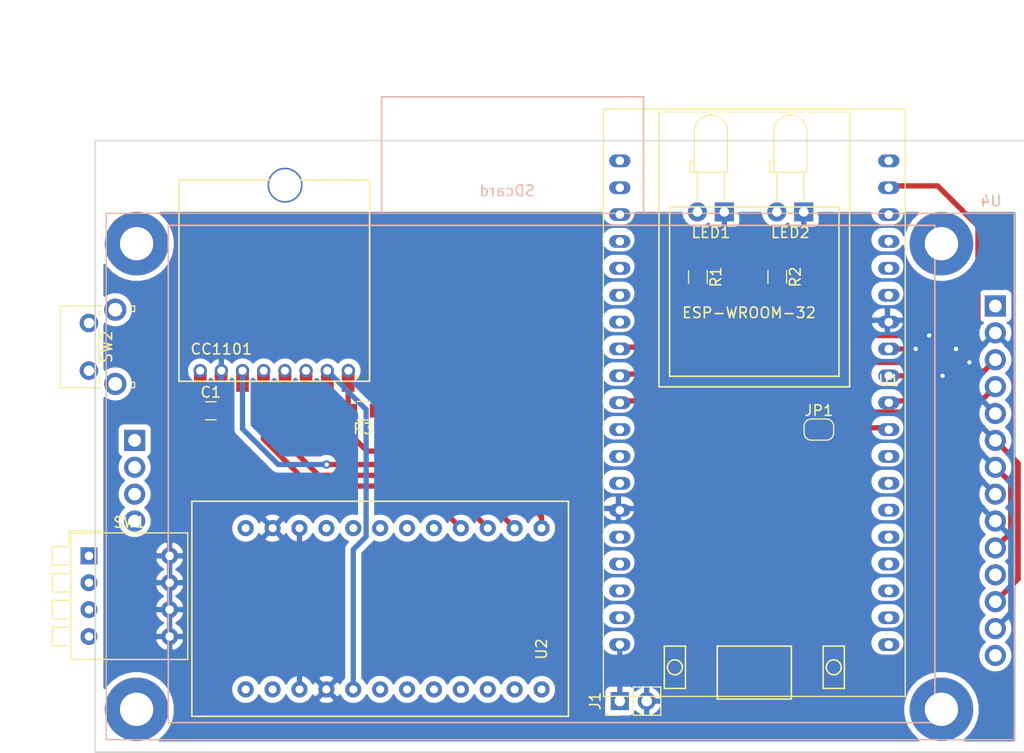
<source format=kicad_pcb>
(kicad_pcb (version 20171130) (host pcbnew "(5.1.2)-1")

  (general
    (thickness 1.6)
    (drawings 3)
    (tracks 89)
    (zones 0)
    (modules 14)
    (nets 61)
  )

  (page A4)
  (layers
    (0 F.Cu signal)
    (31 B.Cu signal)
    (32 B.Adhes user)
    (33 F.Adhes user)
    (34 B.Paste user)
    (35 F.Paste user)
    (36 B.SilkS user)
    (37 F.SilkS user)
    (38 B.Mask user)
    (39 F.Mask user)
    (40 Dwgs.User user)
    (41 Cmts.User user)
    (42 Eco1.User user)
    (43 Eco2.User user)
    (44 Edge.Cuts user)
    (45 Margin user)
    (46 B.CrtYd user)
    (47 F.CrtYd user)
    (48 B.Fab user)
    (49 F.Fab user)
  )

  (setup
    (last_trace_width 0.25)
    (user_trace_width 0.3)
    (user_trace_width 0.5)
    (trace_clearance 0.2)
    (zone_clearance 0.508)
    (zone_45_only no)
    (trace_min 0.2)
    (via_size 0.8)
    (via_drill 0.4)
    (via_min_size 0.4)
    (via_min_drill 0.3)
    (uvia_size 0.3)
    (uvia_drill 0.1)
    (uvias_allowed no)
    (uvia_min_size 0.2)
    (uvia_min_drill 0.1)
    (edge_width 0.15)
    (segment_width 0.2)
    (pcb_text_width 0.3)
    (pcb_text_size 1.5 1.5)
    (mod_edge_width 0.15)
    (mod_text_size 1 1)
    (mod_text_width 0.15)
    (pad_size 1.524 1.524)
    (pad_drill 0.762)
    (pad_to_mask_clearance 0.051)
    (solder_mask_min_width 0.25)
    (aux_axis_origin 0 0)
    (visible_elements 7FFDFFFF)
    (pcbplotparams
      (layerselection 0x010fc_ffffffff)
      (usegerberextensions false)
      (usegerberattributes false)
      (usegerberadvancedattributes false)
      (creategerberjobfile false)
      (excludeedgelayer true)
      (linewidth 1.000000)
      (plotframeref false)
      (viasonmask false)
      (mode 1)
      (useauxorigin false)
      (hpglpennumber 1)
      (hpglpenspeed 20)
      (hpglpendiameter 15.000000)
      (psnegative false)
      (psa4output false)
      (plotreference true)
      (plotvalue false)
      (plotinvisibletext false)
      (padsonsilk false)
      (subtractmaskfromsilk false)
      (outputformat 1)
      (mirror false)
      (drillshape 0)
      (scaleselection 1)
      (outputdirectory "AskSinAnalyzer_Gerber11"))
  )

  (net 0 "")
  (net 1 "Net-(U2-PadRST)")
  (net 2 "Net-(U2-Pad3)")
  (net 3 "Net-(U2-Pad5)")
  (net 4 "Net-(U2-Pad6)")
  (net 5 "Net-(U2-Pad7)")
  (net 6 "Net-(U2-Pad8)")
  (net 7 "Net-(U2-Pad9)")
  (net 8 "Net-(U2-PadA0)")
  (net 9 "Net-(U2-PadA1)")
  (net 10 "Net-(U2-PadA2)")
  (net 11 "Net-(U2-PadA3)")
  (net 12 "Net-(U2-PadRAW)")
  (net 13 "Net-(LED1-Pad2)")
  (net 14 GND)
  (net 15 "Net-(LED2-Pad2)")
  (net 16 /LED_AP)
  (net 17 /SW_UNUSED)
  (net 18 /SW_LINES)
  (net 19 /SW_ONLINE)
  (net 20 /SW_DETAIL)
  (net 21 +3V3)
  (net 22 "Net-(U1-PadEN)")
  (net 23 "Net-(U1-PadVP)")
  (net 24 "Net-(U1-PadVN)")
  (net 25 "Net-(U1-Pad34)")
  (net 26 "Net-(U1-Pad35)")
  (net 27 /TFT_LED)
  (net 28 /TFT_DC)
  (net 29 /TFT_RESET)
  (net 30 "Net-(U1-PadD2)")
  (net 31 "Net-(U1-PadD3)")
  (net 32 "Net-(U1-PadCMD)")
  (net 33 +5V)
  (net 34 "Net-(U1-PadCLK)")
  (net 35 "Net-(U1-PadD0)")
  (net 36 "Net-(U1-PadD1)")
  (net 37 /BUTTON1)
  (net 38 "Net-(U1-Pad2)")
  (net 39 "Net-(U1-Pad0)")
  (net 40 /ESP_RX)
  (net 41 /ESP_TX)
  (net 42 /TFT_CS)
  (net 43 /SD_TFT_SCK)
  (net 44 "Net-(U1-Pad21)")
  (net 45 "Net-(U1-PadRX)")
  (net 46 "Net-(U1-PadTX)")
  (net 47 "Net-(U1-Pad22)")
  (net 48 /SD_TFT_MOSI)
  (net 49 /GDO0)
  (net 50 /CC_CS)
  (net 51 /MOSI)
  (net 52 /MISO)
  (net 53 /CC_SCK)
  (net 54 "Net-(U3-Pad6)")
  (net 55 /LED_RX)
  (net 56 /SD_CS)
  (net 57 "Net-(JP1-Pad1)")
  (net 58 /T_IRQ)
  (net 59 /SD_TFT_MISO)
  (net 60 /T_CS)

  (net_class Default "Dies ist die voreingestellte Netzklasse."
    (clearance 0.2)
    (trace_width 0.25)
    (via_dia 0.8)
    (via_drill 0.4)
    (uvia_dia 0.3)
    (uvia_drill 0.1)
    (add_net +3V3)
    (add_net +5V)
    (add_net /BUTTON1)
    (add_net /CC_CS)
    (add_net /CC_SCK)
    (add_net /ESP_RX)
    (add_net /ESP_TX)
    (add_net /GDO0)
    (add_net /LED_AP)
    (add_net /LED_RX)
    (add_net /MISO)
    (add_net /MOSI)
    (add_net /SD_CS)
    (add_net /SD_TFT_MISO)
    (add_net /SD_TFT_MOSI)
    (add_net /SD_TFT_SCK)
    (add_net /SW_DETAIL)
    (add_net /SW_LINES)
    (add_net /SW_ONLINE)
    (add_net /SW_UNUSED)
    (add_net /TFT_CS)
    (add_net /TFT_DC)
    (add_net /TFT_LED)
    (add_net /TFT_RESET)
    (add_net /T_CS)
    (add_net /T_IRQ)
    (add_net GND)
    (add_net "Net-(JP1-Pad1)")
    (add_net "Net-(LED1-Pad2)")
    (add_net "Net-(LED2-Pad2)")
    (add_net "Net-(U1-Pad0)")
    (add_net "Net-(U1-Pad2)")
    (add_net "Net-(U1-Pad21)")
    (add_net "Net-(U1-Pad22)")
    (add_net "Net-(U1-Pad34)")
    (add_net "Net-(U1-Pad35)")
    (add_net "Net-(U1-PadCLK)")
    (add_net "Net-(U1-PadCMD)")
    (add_net "Net-(U1-PadD0)")
    (add_net "Net-(U1-PadD1)")
    (add_net "Net-(U1-PadD2)")
    (add_net "Net-(U1-PadD3)")
    (add_net "Net-(U1-PadEN)")
    (add_net "Net-(U1-PadRX)")
    (add_net "Net-(U1-PadTX)")
    (add_net "Net-(U1-PadVN)")
    (add_net "Net-(U1-PadVP)")
    (add_net "Net-(U2-Pad3)")
    (add_net "Net-(U2-Pad5)")
    (add_net "Net-(U2-Pad6)")
    (add_net "Net-(U2-Pad7)")
    (add_net "Net-(U2-Pad8)")
    (add_net "Net-(U2-Pad9)")
    (add_net "Net-(U2-PadA0)")
    (add_net "Net-(U2-PadA1)")
    (add_net "Net-(U2-PadA2)")
    (add_net "Net-(U2-PadA3)")
    (add_net "Net-(U2-PadRAW)")
    (add_net "Net-(U2-PadRST)")
    (add_net "Net-(U3-Pad6)")
  )

  (module myDisplays:TJCTM24028-SPI (layer B.Cu) (tedit 5D1A1F17) (tstamp 5D18FCAD)
    (at 125 95 180)
    (tags "ILI9341 LCD Breakout")
    (path /5D191BA8)
    (fp_text reference U4 (at 2.34 1.04) (layer B.SilkS)
      (effects (font (size 1 1) (thickness 0.15)) (justify mirror))
    )
    (fp_text value TJCTM24028-SPI (at 6.41 -41.61) (layer B.Fab)
      (effects (font (size 1 1) (thickness 0.15)) (justify mirror))
    )
    (fp_line (start 49 20) (end 51 20) (layer B.CrtYd) (width 0.05))
    (fp_line (start 47 20) (end 48 20) (layer B.CrtYd) (width 0.05))
    (fp_line (start 44 20) (end 46 20) (layer B.CrtYd) (width 0.05))
    (fp_line (start 41 20) (end 43 20) (layer B.CrtYd) (width 0.05))
    (fp_line (start 38 20) (end 40 20) (layer B.CrtYd) (width 0.05))
    (fp_line (start 54 20) (end 52 20) (layer B.CrtYd) (width 0.05))
    (fp_line (start 57 20) (end 55 20) (layer B.CrtYd) (width 0.05))
    (fp_line (start 60 20) (end 58 20) (layer B.CrtYd) (width 0.05))
    (fp_line (start 60 18) (end 60 20) (layer B.CrtYd) (width 0.05))
    (fp_line (start 60 15) (end 60 17) (layer B.CrtYd) (width 0.05))
    (fp_line (start 60 12) (end 60 14) (layer B.CrtYd) (width 0.05))
    (fp_line (start 35 20) (end 37 20) (layer B.CrtYd) (width 0.05))
    (fp_line (start 35 18) (end 35 20) (layer B.CrtYd) (width 0.05))
    (fp_line (start 35 15) (end 35 17) (layer B.CrtYd) (width 0.05))
    (fp_line (start 35 12) (end 35 14) (layer B.CrtYd) (width 0.05))
    (fp_line (start 58 -14) (end 58 -18) (layer B.CrtYd) (width 0.05))
    (fp_line (start 61 -11) (end 58 -14) (layer B.CrtYd) (width 0.05))
    (fp_text user SDcard (at 48 2) (layer B.SilkS)
      (effects (font (size 1 1) (thickness 0.15)) (justify mirror))
    )
    (fp_line (start 59.87 10.87) (end 59.87 0) (layer B.SilkS) (width 0.15))
    (fp_line (start 35.13 10.87) (end 59.87 10.87) (layer B.SilkS) (width 0.15))
    (fp_line (start 35.13 0) (end 35.13 10.87) (layer B.SilkS) (width 0.15))
    (fp_line (start 60 11) (end 60 0) (layer B.CrtYd) (width 0.05))
    (fp_line (start 35 11) (end 60 11) (layer B.CrtYd) (width 0.05))
    (fp_line (start 35 0) (end 35 11) (layer B.CrtYd) (width 0.05))
    (fp_line (start 61 -11) (end 61 0) (layer B.CrtYd) (width 0.05))
    (fp_line (start 34 -18) (end 58 -18) (layer B.CrtYd) (width 0.05))
    (fp_line (start 34 0) (end 34 -18) (layer B.CrtYd) (width 0.05))
    (fp_line (start 80.01 -48.26) (end 80.01 -47.625) (layer B.SilkS) (width 0.15))
    (fp_line (start 7.62 -48.26) (end 80.01 -48.26) (layer B.SilkS) (width 0.15))
    (fp_line (start 7.62 -1.27) (end 7.62 -48.26) (layer B.SilkS) (width 0.15))
    (fp_line (start 80.01 -1.27) (end 7.62 -1.27) (layer B.SilkS) (width 0.15))
    (fp_line (start 80.01 -47.625) (end 80.01 -1.27) (layer B.SilkS) (width 0.15))
    (fp_line (start 0.25 -11.14) (end 0.25 -0.25) (layer B.Fab) (width 0.1))
    (fp_text user %R (at 33.33 -19.69) (layer B.Fab)
      (effects (font (size 1 1) (thickness 0.15)) (justify mirror))
    )
    (fp_line (start 0 0) (end 86 0) (layer B.CrtYd) (width 0.05))
    (fp_line (start 86 0) (end 86 -50) (layer B.CrtYd) (width 0.05))
    (fp_line (start 86 -50) (end 0 -50) (layer B.CrtYd) (width 0.05))
    (fp_line (start 0 -50) (end 0 0) (layer B.CrtYd) (width 0.05))
    (fp_line (start 0.13 -0.13) (end 85.87 -0.13) (layer B.SilkS) (width 0.12))
    (fp_line (start 85.87 -0.13) (end 85.87 -49.87) (layer B.SilkS) (width 0.12))
    (fp_line (start 85.87 -49.87) (end 0.13 -49.87) (layer B.SilkS) (width 0.12))
    (fp_line (start 0.13 -49.87) (end 0.13 -0.13) (layer B.SilkS) (width 0.12))
    (fp_line (start 0.25 -0.25) (end 85.75 -0.25) (layer B.Fab) (width 0.1))
    (fp_line (start 85.75 -0.25) (end 85.75 -49.75) (layer B.Fab) (width 0.1))
    (fp_line (start 85.75 -49.75) (end 0.25 -49.75) (layer B.Fab) (width 0.1))
    (fp_line (start 0.25 -49.75) (end 0.25 -11.14) (layer B.Fab) (width 0.1))
    (pad 23 thru_hole circle (at 83.185 -29.21 180) (size 2 2) (drill 1.2) (layers *.Cu *.Mask)
      (net 43 /SD_TFT_SCK))
    (pad 22 thru_hole circle (at 83.185 -26.67 180) (size 2 2) (drill 1.2) (layers *.Cu *.Mask)
      (net 59 /SD_TFT_MISO))
    (pad 21 thru_hole circle (at 83.185 -24.13 180) (size 2 2) (drill 1.2) (layers *.Cu *.Mask)
      (net 48 /SD_TFT_MOSI))
    (pad 20 thru_hole rect (at 83.185 -21.59 180) (size 2 2) (drill 1.2) (layers *.Cu *.Mask)
      (net 56 /SD_CS))
    (pad 1 thru_hole rect (at 1.905 -8.89 180) (size 2 2) (drill 1.2) (layers *.Cu *.Mask)
      (net 21 +3V3))
    (pad 2 thru_hole circle (at 1.905 -11.43 180) (size 2 2) (drill 1.2) (layers *.Cu *.Mask)
      (net 14 GND))
    (pad 3 thru_hole circle (at 1.905 -13.97 180) (size 2 2) (drill 1.2) (layers *.Cu *.Mask)
      (net 42 /TFT_CS))
    (pad 4 thru_hole circle (at 1.905 -16.51 180) (size 2 2) (drill 1.2) (layers *.Cu *.Mask)
      (net 29 /TFT_RESET))
    (pad 5 thru_hole circle (at 1.905 -19.05 180) (size 2 2) (drill 1.2) (layers *.Cu *.Mask)
      (net 28 /TFT_DC))
    (pad 6 thru_hole circle (at 1.905 -21.59 180) (size 2 2) (drill 1.2) (layers *.Cu *.Mask)
      (net 48 /SD_TFT_MOSI))
    (pad 7 thru_hole circle (at 1.905 -24.13 180) (size 2 2) (drill 1.2) (layers *.Cu *.Mask)
      (net 43 /SD_TFT_SCK))
    (pad 8 thru_hole circle (at 1.905 -26.67 180) (size 2 2) (drill 1.2) (layers *.Cu *.Mask)
      (net 27 /TFT_LED))
    (pad 9 thru_hole circle (at 1.905 -29.21 180) (size 2 2) (drill 1.2) (layers *.Cu *.Mask)
      (net 59 /SD_TFT_MISO))
    (pad 10 thru_hole circle (at 1.905 -31.75 180) (size 2 2) (drill 1.2) (layers *.Cu *.Mask)
      (net 43 /SD_TFT_SCK))
    (pad 11 thru_hole circle (at 1.905 -34.29 180) (size 2 2) (drill 1.2) (layers *.Cu *.Mask)
      (net 60 /T_CS))
    (pad 12 thru_hole circle (at 1.905 -36.83 180) (size 2 2) (drill 1.2) (layers *.Cu *.Mask)
      (net 48 /SD_TFT_MOSI))
    (pad 13 thru_hole circle (at 1.905 -39.37 180) (size 2 2) (drill 1.2) (layers *.Cu *.Mask)
      (net 59 /SD_TFT_MISO))
    (pad 14 thru_hole circle (at 1.905 -41.91 180) (size 2 2) (drill 1.2) (layers *.Cu *.Mask)
      (net 58 /T_IRQ))
    (pad "" thru_hole circle (at 7 -3 180) (size 6 6) (drill 3.15) (layers *.Cu *.Mask))
    (pad "" thru_hole circle (at 83 -3 180) (size 6 6) (drill 3.15) (layers *.Cu *.Mask))
    (pad "" thru_hole circle (at 83 -47 180) (size 6 6) (drill 3.15) (layers *.Cu *.Mask))
    (pad "" thru_hole circle (at 7 -47 180) (size 6 6) (drill 3.15) (layers *.Cu *.Mask))
    (model ${KISYS3DMOD}/Displays.3dshapes/CR2013-MI2120.wrl
      (at (xyz 0 0 0))
      (scale (xyz 1 1 1))
      (rotate (xyz 0 0 0))
    )
  )

  (module Resistors_SMD:R_0805_HandSoldering (layer F.Cu) (tedit 58E0A804) (tstamp 5D18A780)
    (at 95 101.15 270)
    (descr "Resistor SMD 0805, hand soldering")
    (tags "resistor 0805")
    (path /5D19D1EA)
    (attr smd)
    (fp_text reference R1 (at 0 -1.7 90) (layer F.SilkS)
      (effects (font (size 1 1) (thickness 0.15)))
    )
    (fp_text value 330 (at 0 1.75 90) (layer F.Fab)
      (effects (font (size 1 1) (thickness 0.15)))
    )
    (fp_line (start 2.35 0.9) (end -2.35 0.9) (layer F.CrtYd) (width 0.05))
    (fp_line (start 2.35 0.9) (end 2.35 -0.9) (layer F.CrtYd) (width 0.05))
    (fp_line (start -2.35 -0.9) (end -2.35 0.9) (layer F.CrtYd) (width 0.05))
    (fp_line (start -2.35 -0.9) (end 2.35 -0.9) (layer F.CrtYd) (width 0.05))
    (fp_line (start -0.6 -0.88) (end 0.6 -0.88) (layer F.SilkS) (width 0.12))
    (fp_line (start 0.6 0.88) (end -0.6 0.88) (layer F.SilkS) (width 0.12))
    (fp_line (start -1 -0.62) (end 1 -0.62) (layer F.Fab) (width 0.1))
    (fp_line (start 1 -0.62) (end 1 0.62) (layer F.Fab) (width 0.1))
    (fp_line (start 1 0.62) (end -1 0.62) (layer F.Fab) (width 0.1))
    (fp_line (start -1 0.62) (end -1 -0.62) (layer F.Fab) (width 0.1))
    (fp_text user %R (at 0 0 90) (layer F.Fab)
      (effects (font (size 0.5 0.5) (thickness 0.075)))
    )
    (pad 2 smd rect (at 1.35 0 270) (size 1.5 1.3) (layers F.Cu F.Paste F.Mask)
      (net 55 /LED_RX))
    (pad 1 smd rect (at -1.35 0 270) (size 1.5 1.3) (layers F.Cu F.Paste F.Mask)
      (net 13 "Net-(LED1-Pad2)"))
    (model ${KISYS3DMOD}/Resistors_SMD.3dshapes/R_0805.wrl
      (at (xyz 0 0 0))
      (scale (xyz 1 1 1))
      (rotate (xyz 0 0 0))
    )
  )

  (module Resistors_SMD:R_0805_HandSoldering (layer F.Cu) (tedit 58E0A804) (tstamp 5D18A791)
    (at 102.5 101.15 270)
    (descr "Resistor SMD 0805, hand soldering")
    (tags "resistor 0805")
    (path /5D1A089C)
    (attr smd)
    (fp_text reference R2 (at 0 -1.7 90) (layer F.SilkS)
      (effects (font (size 1 1) (thickness 0.15)))
    )
    (fp_text value 330 (at 0 1.75 90) (layer F.Fab)
      (effects (font (size 1 1) (thickness 0.15)))
    )
    (fp_line (start 2.35 0.9) (end -2.35 0.9) (layer F.CrtYd) (width 0.05))
    (fp_line (start 2.35 0.9) (end 2.35 -0.9) (layer F.CrtYd) (width 0.05))
    (fp_line (start -2.35 -0.9) (end -2.35 0.9) (layer F.CrtYd) (width 0.05))
    (fp_line (start -2.35 -0.9) (end 2.35 -0.9) (layer F.CrtYd) (width 0.05))
    (fp_line (start -0.6 -0.88) (end 0.6 -0.88) (layer F.SilkS) (width 0.12))
    (fp_line (start 0.6 0.88) (end -0.6 0.88) (layer F.SilkS) (width 0.12))
    (fp_line (start -1 -0.62) (end 1 -0.62) (layer F.Fab) (width 0.1))
    (fp_line (start 1 -0.62) (end 1 0.62) (layer F.Fab) (width 0.1))
    (fp_line (start 1 0.62) (end -1 0.62) (layer F.Fab) (width 0.1))
    (fp_line (start -1 0.62) (end -1 -0.62) (layer F.Fab) (width 0.1))
    (fp_text user %R (at 0 0 90) (layer F.Fab)
      (effects (font (size 0.5 0.5) (thickness 0.075)))
    )
    (pad 2 smd rect (at 1.35 0 270) (size 1.5 1.3) (layers F.Cu F.Paste F.Mask)
      (net 16 /LED_AP))
    (pad 1 smd rect (at -1.35 0 270) (size 1.5 1.3) (layers F.Cu F.Paste F.Mask)
      (net 15 "Net-(LED2-Pad2)"))
    (model ${KISYS3DMOD}/Resistors_SMD.3dshapes/R_0805.wrl
      (at (xyz 0 0 0))
      (scale (xyz 1 1 1))
      (rotate (xyz 0 0 0))
    )
  )

  (module Buttons_Switches_THT:SW_DIP_x4_W7.62mm_Piano (layer F.Cu) (tedit 5923F251) (tstamp 5D191556)
    (at 37.5 127.5)
    (descr "4x-dip-switch, Piano, row spacing 7.62 mm (300 mils)")
    (tags "DIP Switch Piano 7.62mm 300mil")
    (path /5D1C6DC9)
    (fp_text reference SW1 (at 3.81 -3.17) (layer F.SilkS)
      (effects (font (size 1 1) (thickness 0.15)))
    )
    (fp_text value SW_DIP_x04 (at 3.81 10.79) (layer F.Fab)
      (effects (font (size 1 1) (thickness 0.15)))
    )
    (fp_line (start 9.5 -2.3) (end -3.7 -2.3) (layer F.CrtYd) (width 0.05))
    (fp_line (start 9.5 10) (end 9.5 -2.3) (layer F.CrtYd) (width 0.05))
    (fp_line (start -3.7 10) (end 9.5 10) (layer F.CrtYd) (width 0.05))
    (fp_line (start -3.7 -2.3) (end -3.7 10) (layer F.CrtYd) (width 0.05))
    (fp_line (start -1.71 6.75) (end -3.45 6.75) (layer F.SilkS) (width 0.12))
    (fp_line (start -1.71 8.49) (end -1.71 6.75) (layer F.SilkS) (width 0.12))
    (fp_line (start -3.45 8.49) (end -1.71 8.49) (layer F.SilkS) (width 0.12))
    (fp_line (start -3.45 6.75) (end -3.45 8.49) (layer F.SilkS) (width 0.12))
    (fp_line (start -1.71 4.21) (end -3.45 4.21) (layer F.SilkS) (width 0.12))
    (fp_line (start -1.71 5.95) (end -1.71 4.21) (layer F.SilkS) (width 0.12))
    (fp_line (start -3.45 5.95) (end -1.71 5.95) (layer F.SilkS) (width 0.12))
    (fp_line (start -3.45 4.21) (end -3.45 5.95) (layer F.SilkS) (width 0.12))
    (fp_line (start -1.71 1.67) (end -3.45 1.67) (layer F.SilkS) (width 0.12))
    (fp_line (start -1.71 3.41) (end -1.71 1.67) (layer F.SilkS) (width 0.12))
    (fp_line (start -3.45 3.41) (end -1.71 3.41) (layer F.SilkS) (width 0.12))
    (fp_line (start -3.45 1.67) (end -3.45 3.41) (layer F.SilkS) (width 0.12))
    (fp_line (start -1.71 -0.87) (end -3.45 -0.87) (layer F.SilkS) (width 0.12))
    (fp_line (start -1.71 0.87) (end -1.71 -0.87) (layer F.SilkS) (width 0.12))
    (fp_line (start -3.45 0.87) (end -1.71 0.87) (layer F.SilkS) (width 0.12))
    (fp_line (start -3.45 -0.87) (end -3.45 0.87) (layer F.SilkS) (width 0.12))
    (fp_line (start -1.71 9.79) (end -1.71 -2.17) (layer F.SilkS) (width 0.12))
    (fp_line (start 9.33 9.79) (end -1.71 9.79) (layer F.SilkS) (width 0.12))
    (fp_line (start 9.33 -2.17) (end 9.33 9.79) (layer F.SilkS) (width 0.12))
    (fp_line (start -1.71 -2.17) (end 9.33 -2.17) (layer F.SilkS) (width 0.12))
    (fp_line (start -3.39 6.87) (end -1.59 6.87) (layer F.Fab) (width 0.1))
    (fp_line (start -3.39 8.37) (end -3.39 6.87) (layer F.Fab) (width 0.1))
    (fp_line (start -1.59 8.37) (end -3.39 8.37) (layer F.Fab) (width 0.1))
    (fp_line (start -1.59 6.87) (end -1.59 8.37) (layer F.Fab) (width 0.1))
    (fp_line (start -3.39 4.33) (end -1.59 4.33) (layer F.Fab) (width 0.1))
    (fp_line (start -3.39 5.83) (end -3.39 4.33) (layer F.Fab) (width 0.1))
    (fp_line (start -1.59 5.83) (end -3.39 5.83) (layer F.Fab) (width 0.1))
    (fp_line (start -1.59 4.33) (end -1.59 5.83) (layer F.Fab) (width 0.1))
    (fp_line (start -3.39 1.79) (end -1.59 1.79) (layer F.Fab) (width 0.1))
    (fp_line (start -3.39 3.29) (end -3.39 1.79) (layer F.Fab) (width 0.1))
    (fp_line (start -1.59 3.29) (end -3.39 3.29) (layer F.Fab) (width 0.1))
    (fp_line (start -1.59 1.79) (end -1.59 3.29) (layer F.Fab) (width 0.1))
    (fp_line (start -3.39 -0.75) (end -1.59 -0.75) (layer F.Fab) (width 0.1))
    (fp_line (start -3.39 0.75) (end -3.39 -0.75) (layer F.Fab) (width 0.1))
    (fp_line (start -1.59 0.75) (end -3.39 0.75) (layer F.Fab) (width 0.1))
    (fp_line (start -1.59 -0.75) (end -1.59 0.75) (layer F.Fab) (width 0.1))
    (fp_line (start -1.59 -1.05) (end -0.59 -2.05) (layer F.Fab) (width 0.1))
    (fp_line (start -1.59 9.67) (end -1.59 -1.05) (layer F.Fab) (width 0.1))
    (fp_line (start 9.21 9.67) (end -1.59 9.67) (layer F.Fab) (width 0.1))
    (fp_line (start 9.21 -2.05) (end 9.21 9.67) (layer F.Fab) (width 0.1))
    (fp_line (start -0.59 -2.05) (end 9.21 -2.05) (layer F.Fab) (width 0.1))
    (fp_text user %R (at 3.81 3.81) (layer F.Fab)
      (effects (font (size 1 1) (thickness 0.15)))
    )
    (fp_line (start -1.91 -2.37) (end 1.14 -2.37) (layer F.SilkS) (width 0.12))
    (fp_line (start -1.91 -2.37) (end -1.91 -1.1) (layer F.SilkS) (width 0.12))
    (pad 8 thru_hole oval (at 7.62 0) (size 1.6 1.6) (drill 0.8) (layers *.Cu *.Mask)
      (net 14 GND))
    (pad 4 thru_hole oval (at 0 7.62) (size 1.6 1.6) (drill 0.8) (layers *.Cu *.Mask)
      (net 17 /SW_UNUSED))
    (pad 7 thru_hole oval (at 7.62 2.54) (size 1.6 1.6) (drill 0.8) (layers *.Cu *.Mask)
      (net 14 GND))
    (pad 3 thru_hole oval (at 0 5.08) (size 1.6 1.6) (drill 0.8) (layers *.Cu *.Mask)
      (net 18 /SW_LINES))
    (pad 6 thru_hole oval (at 7.62 5.08) (size 1.6 1.6) (drill 0.8) (layers *.Cu *.Mask)
      (net 14 GND))
    (pad 2 thru_hole oval (at 0 2.54) (size 1.6 1.6) (drill 0.8) (layers *.Cu *.Mask)
      (net 19 /SW_ONLINE))
    (pad 5 thru_hole oval (at 7.62 7.62) (size 1.6 1.6) (drill 0.8) (layers *.Cu *.Mask)
      (net 14 GND))
    (pad 1 thru_hole rect (at 0 0) (size 1.6 1.6) (drill 0.8) (layers *.Cu *.Mask)
      (net 20 /SW_DETAIL))
    (model ${KISYS3DMOD}/Buttons_Switches_THT.3dshapes/SW_DIP_x4_W7.62mm_Piano.wrl
      (at (xyz 0 0 0))
      (scale (xyz 1 1 1))
      (rotate (xyz 0 0 90))
    )
  )

  (module myEspModules:ESP-WROOM-32_DEVKIT_V4 (layer F.Cu) (tedit 5D1CD36E) (tstamp 5D18A803)
    (at 100.33 113.03)
    (path /5D1B31E9)
    (fp_text reference U1 (at 12.7 -2.1) (layer F.SilkS)
      (effects (font (size 1 1) (thickness 0.15)))
    )
    (fp_text value ESP-WROOM-32_DEVKIT_V4 (at 12.7 22.86 270) (layer F.Fab)
      (effects (font (size 1 1) (thickness 0.15)))
    )
    (fp_line (start -6.5 27) (end -6.5 23) (layer F.SilkS) (width 0.15))
    (fp_line (start -8.5 27) (end -6.5 27) (layer F.SilkS) (width 0.15))
    (fp_line (start -8.5 23) (end -8.5 27) (layer F.SilkS) (width 0.15))
    (fp_line (start -6.5 23) (end -8.5 23) (layer F.SilkS) (width 0.15))
    (fp_circle (center -7.5 25) (end -7 24.5) (layer F.SilkS) (width 0.15))
    (fp_circle (center 7.5 25) (end 8 24.5) (layer F.SilkS) (width 0.15))
    (fp_line (start 8.5 23) (end 6.5 23) (layer F.SilkS) (width 0.15))
    (fp_line (start 8.5 27) (end 8.5 23) (layer F.SilkS) (width 0.15))
    (fp_line (start 6.5 27) (end 8.5 27) (layer F.SilkS) (width 0.15))
    (fp_line (start 6.5 23) (end 6.5 27) (layer F.SilkS) (width 0.15))
    (fp_line (start -3.5 28) (end 3.5 28) (layer F.SilkS) (width 0.15))
    (fp_line (start -3.5 23) (end -3.5 28) (layer F.SilkS) (width 0.15))
    (fp_line (start 3.5 23) (end -3.5 23) (layer F.SilkS) (width 0.15))
    (fp_line (start 3.5 28) (end 3.5 23) (layer F.SilkS) (width 0.15))
    (fp_text user ESP-WROOM-32 (at -0.5 -8.5) (layer F.SilkS)
      (effects (font (size 1 1) (thickness 0.15)))
    )
    (fp_line (start -8 -18.5) (end -8 -2.5) (layer F.SilkS) (width 0.15))
    (fp_line (start 8 -18.5) (end -8 -18.5) (layer F.SilkS) (width 0.15))
    (fp_line (start 8 -2.5) (end 8 -18.5) (layer F.SilkS) (width 0.15))
    (fp_line (start -8 -2.5) (end 8 -2.5) (layer F.SilkS) (width 0.15))
    (fp_line (start 9 -27.5) (end -9 -27.5) (layer F.SilkS) (width 0.15))
    (fp_line (start 9 -1.5) (end 9 -27.5) (layer F.SilkS) (width 0.15))
    (fp_line (start -9 -1.5) (end 9 -1.5) (layer F.SilkS) (width 0.15))
    (fp_line (start -9 -27.5) (end -9 -1.5) (layer F.SilkS) (width 0.15))
    (fp_line (start -14 -27.5) (end 14 -27.5) (layer F.CrtYd) (width 0.05))
    (fp_line (start -14 27.5) (end -14 -27.5) (layer F.CrtYd) (width 0.05))
    (fp_line (start 14 27.5) (end -14 27.5) (layer F.CrtYd) (width 0.05))
    (fp_line (start 14 -27.5) (end 14 27.5) (layer F.CrtYd) (width 0.05))
    (fp_line (start 14.25 -27.75) (end -14.25 -27.75) (layer F.SilkS) (width 0.12))
    (fp_line (start 14.25 27.75) (end 14.25 -27.75) (layer F.SilkS) (width 0.12))
    (fp_line (start -14.25 27.75) (end 14.25 27.75) (layer F.SilkS) (width 0.12))
    (fp_line (start -14.25 -27.75) (end -14.25 27.75) (layer F.SilkS) (width 0.12))
    (pad GND thru_hole oval (at 12.7 -22.86 270) (size 1.2 2) (drill 0.8) (layers *.Cu *.Mask)
      (net 14 GND))
    (pad 23 thru_hole oval (at 12.7 -20.32 270) (size 1.2 2) (drill 0.8) (layers *.Cu *.Mask)
      (net 48 /SD_TFT_MOSI))
    (pad 22 thru_hole oval (at 12.7 -17.78 270) (size 1.2 2) (drill 0.8) (layers *.Cu *.Mask)
      (net 47 "Net-(U1-Pad22)"))
    (pad TX thru_hole oval (at 12.7 -15.24 270) (size 1.2 2) (drill 0.8) (layers *.Cu *.Mask)
      (net 46 "Net-(U1-PadTX)"))
    (pad RX thru_hole oval (at 12.7 -12.7 270) (size 1.2 2) (drill 0.8) (layers *.Cu *.Mask)
      (net 45 "Net-(U1-PadRX)"))
    (pad 21 thru_hole oval (at 12.7 -10.16 270) (size 1.2 2) (drill 0.8) (layers *.Cu *.Mask)
      (net 44 "Net-(U1-Pad21)"))
    (pad GND thru_hole oval (at 12.7 -7.62 270) (size 1.2 2) (drill 0.8) (layers *.Cu *.Mask)
      (net 14 GND))
    (pad 19 thru_hole oval (at 12.7 -5.08 270) (size 1.2 2) (drill 0.8) (layers *.Cu *.Mask)
      (net 59 /SD_TFT_MISO))
    (pad 18 thru_hole oval (at 12.7 -2.54 270) (size 1.2 2) (drill 0.8) (layers *.Cu *.Mask)
      (net 43 /SD_TFT_SCK))
    (pad 5 thru_hole oval (at 12.7 0 270) (size 1.2 2) (drill 0.8) (layers *.Cu *.Mask)
      (net 42 /TFT_CS))
    (pad 17 thru_hole oval (at 12.7 2.54 270) (size 1.2 2) (drill 0.8) (layers *.Cu *.Mask)
      (net 41 /ESP_TX))
    (pad 16 thru_hole oval (at 12.7 5.08 270) (size 1.2 2) (drill 0.8) (layers *.Cu *.Mask)
      (net 40 /ESP_RX))
    (pad 4 thru_hole oval (at 12.7 7.62 270) (size 1.2 2) (drill 0.8) (layers *.Cu *.Mask)
      (net 17 /SW_UNUSED))
    (pad 0 thru_hole oval (at 12.7 10.16 270) (size 1.2 2) (drill 0.8) (layers *.Cu *.Mask)
      (net 39 "Net-(U1-Pad0)"))
    (pad 2 thru_hole oval (at 12.7 12.7 270) (size 1.2 2) (drill 0.8) (layers *.Cu *.Mask)
      (net 38 "Net-(U1-Pad2)"))
    (pad 15 thru_hole oval (at 12.7 15.24 270) (size 1.2 2) (drill 0.8) (layers *.Cu *.Mask)
      (net 37 /BUTTON1))
    (pad D1 thru_hole oval (at 12.7 17.78 270) (size 1.2 2) (drill 0.8) (layers *.Cu *.Mask)
      (net 36 "Net-(U1-PadD1)"))
    (pad D0 thru_hole oval (at 12.7 20.32 270) (size 1.2 2) (drill 0.8) (layers *.Cu *.Mask)
      (net 35 "Net-(U1-PadD0)"))
    (pad CLK thru_hole oval (at 12.7 22.86 270) (size 1.2 2) (drill 0.8) (layers *.Cu *.Mask)
      (net 34 "Net-(U1-PadCLK)"))
    (pad 5V thru_hole oval (at -12.7 22.86 270) (size 1.2 2) (drill 0.8) (layers *.Cu *.Mask)
      (net 33 +5V))
    (pad CMD thru_hole oval (at -12.7 20.32 270) (size 1.2 2) (drill 0.8) (layers *.Cu *.Mask)
      (net 32 "Net-(U1-PadCMD)"))
    (pad D3 thru_hole oval (at -12.7 17.78 270) (size 1.2 2) (drill 0.8) (layers *.Cu *.Mask)
      (net 31 "Net-(U1-PadD3)"))
    (pad D2 thru_hole oval (at -12.7 15.24 270) (size 1.2 2) (drill 0.8) (layers *.Cu *.Mask)
      (net 30 "Net-(U1-PadD2)"))
    (pad 13 thru_hole oval (at -12.7 12.7 270) (size 1.2 2) (drill 0.8) (layers *.Cu *.Mask)
      (net 18 /SW_LINES))
    (pad GND thru_hole oval (at -12.7 10.16 270) (size 1.2 2) (drill 0.8) (layers *.Cu *.Mask)
      (net 14 GND))
    (pad 12 thru_hole oval (at -12.7 7.62 270) (size 1.2 2) (drill 0.8) (layers *.Cu *.Mask)
      (net 20 /SW_DETAIL))
    (pad 14 thru_hole oval (at -12.7 5.08 270) (size 1.2 2) (drill 0.8) (layers *.Cu *.Mask)
      (net 19 /SW_ONLINE))
    (pad 27 thru_hole oval (at -12.7 2.54 270) (size 1.2 2) (drill 0.8) (layers *.Cu *.Mask)
      (net 56 /SD_CS))
    (pad 26 thru_hole oval (at -12.7 0 270) (size 1.2 2) (drill 0.8) (layers *.Cu *.Mask)
      (net 29 /TFT_RESET))
    (pad 25 thru_hole oval (at -12.7 -2.54 270) (size 1.2 2) (drill 0.8) (layers *.Cu *.Mask)
      (net 28 /TFT_DC))
    (pad 33 thru_hole oval (at -12.7 -5.08 270) (size 1.2 2) (drill 0.8) (layers *.Cu *.Mask)
      (net 27 /TFT_LED))
    (pad 32 thru_hole oval (at -12.7 -7.62 270) (size 1.2 2) (drill 0.8) (layers *.Cu *.Mask)
      (net 16 /LED_AP))
    (pad 35 thru_hole oval (at -12.7 -10.16 270) (size 1.2 2) (drill 0.8) (layers *.Cu *.Mask)
      (net 26 "Net-(U1-Pad35)"))
    (pad 34 thru_hole oval (at -12.7 -12.7 270) (size 1.2 2) (drill 0.8) (layers *.Cu *.Mask)
      (net 25 "Net-(U1-Pad34)"))
    (pad VN thru_hole oval (at -12.7 -15.24 270) (size 1.2 2) (drill 0.8) (layers *.Cu *.Mask)
      (net 24 "Net-(U1-PadVN)"))
    (pad VP thru_hole oval (at -12.7 -17.78 270) (size 1.2 2) (drill 0.8) (layers *.Cu *.Mask)
      (net 23 "Net-(U1-PadVP)"))
    (pad EN thru_hole oval (at -12.7 -20.32 270) (size 1.2 2) (drill 0.8) (layers *.Cu *.Mask)
      (net 22 "Net-(U1-PadEN)"))
    (pad 3V3 thru_hole oval (at -12.7 -22.86 270) (size 1.2 2) (drill 0.8) (layers *.Cu *.Mask)
      (net 21 +3V3))
  )

  (module CC1101_Module:CC1101_Module (layer F.Cu) (tedit 5CE55038) (tstamp 5D18A81E)
    (at 55 110)
    (path /5D18D4A1)
    (fp_text reference U3 (at 0 -4.5) (layer F.SilkS) hide
      (effects (font (size 1 1) (thickness 0.15)))
    )
    (fp_text value CC1101 (at 0 -6.27) (layer F.Fab)
      (effects (font (size 1 1) (thickness 0.15)))
    )
    (fp_line (start -9 1) (end -9 0) (layer F.SilkS) (width 0.15))
    (fp_line (start 9 1) (end -9 1) (layer F.SilkS) (width 0.15))
    (fp_line (start 9 -18) (end 9 1) (layer F.SilkS) (width 0.15))
    (fp_line (start -9 -18) (end 9 -18) (layer F.SilkS) (width 0.15))
    (fp_line (start -9 0) (end -9 -18) (layer F.SilkS) (width 0.15))
    (fp_text user CC1101 (at -5 -2.032 180) (layer F.SilkS)
      (effects (font (size 1 1) (thickness 0.15)))
    )
    (pad 8 smd rect (at 6.985 1) (size 1.2 2) (layers F.Cu F.Mask)
      (net 50 /CC_CS))
    (pad 7 smd rect (at 5.0165 1) (size 1.2 2) (layers F.Cu F.Mask)
      (net 49 /GDO0))
    (pad 6 smd rect (at 3 1) (size 1.2 2) (layers F.Cu F.Mask)
      (net 54 "Net-(U3-Pad6)"))
    (pad 5 smd rect (at 1.016 1) (size 1.2 2) (layers F.Cu F.Mask)
      (net 52 /MISO))
    (pad 4 smd rect (at -1.016 1) (size 1.2 2) (layers F.Cu F.Mask)
      (net 53 /CC_SCK))
    (pad 3 smd rect (at -3 1) (size 1.2 2) (layers F.Cu F.Mask)
      (net 51 /MOSI))
    (pad 2 smd rect (at -5.0165 1) (size 1.2 2) (layers F.Cu F.Mask)
      (net 14 GND))
    (pad 1 smd rect (at -6.985 1) (size 1.2 2) (layers F.Cu F.Mask)
      (net 21 +3V3))
    (pad "" np_thru_hole circle (at 1.016 -17.526) (size 3.3 3.3) (drill 3) (layers *.Cu *.Mask))
    (pad 8 thru_hole circle (at 7 0) (size 1.27 1.27) (drill 0.762) (layers *.Cu *.Mask)
      (net 50 /CC_CS))
    (pad 7 thru_hole circle (at 5 0) (size 1.27 1.27) (drill 0.762) (layers *.Cu *.Mask)
      (net 49 /GDO0))
    (pad 6 thru_hole circle (at 3 0) (size 1.27 1.27) (drill 0.762) (layers *.Cu *.Mask)
      (net 54 "Net-(U3-Pad6)"))
    (pad 5 thru_hole circle (at 1 0) (size 1.27 1.27) (drill 0.762) (layers *.Cu *.Mask)
      (net 52 /MISO))
    (pad 4 thru_hole circle (at -1 0) (size 1.27 1.27) (drill 0.762) (layers *.Cu *.Mask)
      (net 53 /CC_SCK))
    (pad 3 thru_hole circle (at -3 0) (size 1.27 1.27) (drill 0.762) (layers *.Cu *.Mask)
      (net 51 /MOSI))
    (pad 2 thru_hole oval (at -5 0) (size 1.27 1.27) (drill 0.762) (layers *.Cu *.Mask)
      (net 14 GND))
    (pad 1 thru_hole oval (at -7 0) (size 1.27 1.27) (drill 0.762) (layers *.Cu *.Mask)
      (net 21 +3V3) (zone_connect 1))
  )

  (module Capacitors_SMD:C_0805_HandSoldering (layer F.Cu) (tedit 58AA84A8) (tstamp 5D18FC46)
    (at 49.002 113.792)
    (descr "Capacitor SMD 0805, hand soldering")
    (tags "capacitor 0805")
    (path /5D196CA4)
    (attr smd)
    (fp_text reference C1 (at 0 -1.75) (layer F.SilkS)
      (effects (font (size 1 1) (thickness 0.15)))
    )
    (fp_text value 1u (at 0 1.75) (layer F.Fab)
      (effects (font (size 1 1) (thickness 0.15)))
    )
    (fp_line (start 2.25 0.87) (end -2.25 0.87) (layer F.CrtYd) (width 0.05))
    (fp_line (start 2.25 0.87) (end 2.25 -0.88) (layer F.CrtYd) (width 0.05))
    (fp_line (start -2.25 -0.88) (end -2.25 0.87) (layer F.CrtYd) (width 0.05))
    (fp_line (start -2.25 -0.88) (end 2.25 -0.88) (layer F.CrtYd) (width 0.05))
    (fp_line (start -0.5 0.85) (end 0.5 0.85) (layer F.SilkS) (width 0.12))
    (fp_line (start 0.5 -0.85) (end -0.5 -0.85) (layer F.SilkS) (width 0.12))
    (fp_line (start -1 -0.62) (end 1 -0.62) (layer F.Fab) (width 0.1))
    (fp_line (start 1 -0.62) (end 1 0.62) (layer F.Fab) (width 0.1))
    (fp_line (start 1 0.62) (end -1 0.62) (layer F.Fab) (width 0.1))
    (fp_line (start -1 0.62) (end -1 -0.62) (layer F.Fab) (width 0.1))
    (fp_text user %R (at 0 -1.75) (layer F.Fab)
      (effects (font (size 1 1) (thickness 0.15)))
    )
    (pad 2 smd rect (at 1.25 0) (size 1.5 1.25) (layers F.Cu F.Paste F.Mask)
      (net 14 GND))
    (pad 1 smd rect (at -1.25 0) (size 1.5 1.25) (layers F.Cu F.Paste F.Mask)
      (net 21 +3V3))
    (model Capacitors_SMD.3dshapes/C_0805.wrl
      (at (xyz 0 0 0))
      (scale (xyz 1 1 1))
      (rotate (xyz 0 0 0))
    )
  )

  (module Resistors_SMD:R_0805_HandSoldering (layer F.Cu) (tedit 58E0A804) (tstamp 5D191896)
    (at 63.42 113.792 180)
    (descr "Resistor SMD 0805, hand soldering")
    (tags "resistor 0805")
    (path /5D1B3FCC)
    (attr smd)
    (fp_text reference R3 (at 0 -1.7) (layer F.SilkS)
      (effects (font (size 1 1) (thickness 0.15)))
    )
    (fp_text value 10k (at 0 1.75) (layer F.Fab)
      (effects (font (size 1 1) (thickness 0.15)))
    )
    (fp_line (start 2.35 0.9) (end -2.35 0.9) (layer F.CrtYd) (width 0.05))
    (fp_line (start 2.35 0.9) (end 2.35 -0.9) (layer F.CrtYd) (width 0.05))
    (fp_line (start -2.35 -0.9) (end -2.35 0.9) (layer F.CrtYd) (width 0.05))
    (fp_line (start -2.35 -0.9) (end 2.35 -0.9) (layer F.CrtYd) (width 0.05))
    (fp_line (start -0.6 -0.88) (end 0.6 -0.88) (layer F.SilkS) (width 0.12))
    (fp_line (start 0.6 0.88) (end -0.6 0.88) (layer F.SilkS) (width 0.12))
    (fp_line (start -1 -0.62) (end 1 -0.62) (layer F.Fab) (width 0.1))
    (fp_line (start 1 -0.62) (end 1 0.62) (layer F.Fab) (width 0.1))
    (fp_line (start 1 0.62) (end -1 0.62) (layer F.Fab) (width 0.1))
    (fp_line (start -1 0.62) (end -1 -0.62) (layer F.Fab) (width 0.1))
    (fp_text user %R (at 0 0) (layer F.Fab)
      (effects (font (size 0.5 0.5) (thickness 0.075)))
    )
    (pad 2 smd rect (at 1.35 0 180) (size 1.5 1.3) (layers F.Cu F.Paste F.Mask)
      (net 50 /CC_CS))
    (pad 1 smd rect (at -1.35 0 180) (size 1.5 1.3) (layers F.Cu F.Paste F.Mask)
      (net 21 +3V3))
    (model ${KISYS3DMOD}/Resistors_SMD.3dshapes/R_0805.wrl
      (at (xyz 0 0 0))
      (scale (xyz 1 1 1))
      (rotate (xyz 0 0 0))
    )
  )

  (module Buttons_Switches_THT:SW_Tactile_SPST_Angled_PTS645Vx83-2LFS (layer F.Cu) (tedit 592CAFEF) (tstamp 5D18FC7D)
    (at 37.5 110 90)
    (descr "tactile switch SPST right angle, PTS645VL83-2 LFS")
    (tags "tactile switch SPST angled PTS645VL83-2 LFS C&K Button")
    (path /5D25DA48)
    (fp_text reference SW2 (at 2.25 1.68 90) (layer F.SilkS)
      (effects (font (size 1 1) (thickness 0.15)))
    )
    (fp_text value SW_Push (at 2.25 5.38988 90) (layer F.Fab)
      (effects (font (size 1 1) (thickness 0.15)))
    )
    (fp_line (start 0.55 0.97) (end 3.95 0.97) (layer F.SilkS) (width 0.12))
    (fp_line (start -1.09 0.97) (end -0.55 0.97) (layer F.SilkS) (width 0.12))
    (fp_line (start 6.11 3.8) (end 6.11 4.31) (layer F.SilkS) (width 0.12))
    (fp_line (start 5.59 4.31) (end 6.11 4.31) (layer F.SilkS) (width 0.12))
    (fp_line (start 5.59 3.8) (end 5.59 4.31) (layer F.SilkS) (width 0.12))
    (fp_line (start 5.05 0.97) (end 5.59 0.97) (layer F.SilkS) (width 0.12))
    (fp_line (start -1.61 3.8) (end -1.61 4.31) (layer F.SilkS) (width 0.12))
    (fp_line (start -1.09 3.8) (end -1.09 4.31) (layer F.SilkS) (width 0.12))
    (fp_line (start 5.59 0.97) (end 5.59 1.2) (layer F.SilkS) (width 0.12))
    (fp_line (start -1.2 4.2) (end -1.2 0.86) (layer F.Fab) (width 0.1))
    (fp_line (start 5.7 4.2) (end 6 4.2) (layer F.Fab) (width 0.1))
    (fp_line (start -1.5 4.2) (end -1.5 -2.59) (layer F.Fab) (width 0.1))
    (fp_line (start -1.5 -2.59) (end 6 -2.59) (layer F.Fab) (width 0.1))
    (fp_line (start -1.61 -2.7) (end -1.61 1.2) (layer F.SilkS) (width 0.12))
    (fp_line (start -1.61 4.31) (end -1.09 4.31) (layer F.SilkS) (width 0.12))
    (fp_line (start 6.11 -2.7) (end 6.11 1.2) (layer F.SilkS) (width 0.12))
    (fp_line (start -1.61 -2.7) (end 6.11 -2.7) (layer F.SilkS) (width 0.12))
    (fp_line (start -2.5 4.45) (end -2.5 -2.8) (layer F.CrtYd) (width 0.05))
    (fp_line (start 7.05 4.45) (end -2.5 4.45) (layer F.CrtYd) (width 0.05))
    (fp_line (start 7.05 -2.8) (end 7.05 4.45) (layer F.CrtYd) (width 0.05))
    (fp_line (start -2.5 -2.8) (end 7.05 -2.8) (layer F.CrtYd) (width 0.05))
    (fp_line (start 6 4.2) (end 6 -2.59) (layer F.Fab) (width 0.1))
    (fp_line (start -1.2 0.86) (end 5.7 0.86) (layer F.Fab) (width 0.1))
    (fp_line (start -1.5 4.2) (end -1.2 4.2) (layer F.Fab) (width 0.1))
    (fp_line (start 5.7 4.2) (end 5.7 0.86) (layer F.Fab) (width 0.1))
    (fp_line (start -1.09 0.97) (end -1.09 1.2) (layer F.SilkS) (width 0.12))
    (fp_text user %R (at 2.25 1.68 90) (layer F.Fab)
      (effects (font (size 1 1) (thickness 0.15)))
    )
    (fp_line (start 0.5 -8.35) (end 4 -8.35) (layer F.Fab) (width 0.1))
    (fp_line (start 4 -8.35) (end 4 -2.59) (layer F.Fab) (width 0.1))
    (fp_line (start 0.5 -8.35) (end 0.5 -2.59) (layer F.Fab) (width 0.1))
    (pad "" thru_hole circle (at -1.25 2.49 90) (size 2.1 2.1) (drill 1.3) (layers *.Cu *.Mask))
    (pad 1 thru_hole circle (at 0 0 90) (size 1.75 1.75) (drill 0.99) (layers *.Cu *.Mask)
      (net 37 /BUTTON1))
    (pad 2 thru_hole circle (at 4.5 0 90) (size 1.75 1.75) (drill 0.99) (layers *.Cu *.Mask)
      (net 14 GND))
    (pad "" thru_hole circle (at 5.76 2.49 90) (size 2.1 2.1) (drill 1.3) (layers *.Cu *.Mask))
    (model ${KISYS3DMOD}/Buttons_Switches_THT.3dshapes/SW_Tactile_SPST_Angled_PTS645Vx83-2LFS.wrl
      (at (xyz 0 0 0))
      (scale (xyz 1 1 1))
      (rotate (xyz 0 0 0))
    )
  )

  (module Pin_Headers:Pin_Header_Straight_1x02_Pitch2.54mm (layer F.Cu) (tedit 59650532) (tstamp 5D1A2EFC)
    (at 87.63 141.224 90)
    (descr "Through hole straight pin header, 1x02, 2.54mm pitch, single row")
    (tags "Through hole pin header THT 1x02 2.54mm single row")
    (path /5D1CE6BE)
    (fp_text reference J1 (at 0 -2.33 90) (layer F.SilkS)
      (effects (font (size 1 1) (thickness 0.15)))
    )
    (fp_text value Supply (at 0 4.87 90) (layer F.Fab)
      (effects (font (size 1 1) (thickness 0.15)))
    )
    (fp_text user %R (at 0 1.27) (layer F.Fab)
      (effects (font (size 1 1) (thickness 0.15)))
    )
    (fp_line (start 1.8 -1.8) (end -1.8 -1.8) (layer F.CrtYd) (width 0.05))
    (fp_line (start 1.8 4.35) (end 1.8 -1.8) (layer F.CrtYd) (width 0.05))
    (fp_line (start -1.8 4.35) (end 1.8 4.35) (layer F.CrtYd) (width 0.05))
    (fp_line (start -1.8 -1.8) (end -1.8 4.35) (layer F.CrtYd) (width 0.05))
    (fp_line (start -1.33 -1.33) (end 0 -1.33) (layer F.SilkS) (width 0.12))
    (fp_line (start -1.33 0) (end -1.33 -1.33) (layer F.SilkS) (width 0.12))
    (fp_line (start -1.33 1.27) (end 1.33 1.27) (layer F.SilkS) (width 0.12))
    (fp_line (start 1.33 1.27) (end 1.33 3.87) (layer F.SilkS) (width 0.12))
    (fp_line (start -1.33 1.27) (end -1.33 3.87) (layer F.SilkS) (width 0.12))
    (fp_line (start -1.33 3.87) (end 1.33 3.87) (layer F.SilkS) (width 0.12))
    (fp_line (start -1.27 -0.635) (end -0.635 -1.27) (layer F.Fab) (width 0.1))
    (fp_line (start -1.27 3.81) (end -1.27 -0.635) (layer F.Fab) (width 0.1))
    (fp_line (start 1.27 3.81) (end -1.27 3.81) (layer F.Fab) (width 0.1))
    (fp_line (start 1.27 -1.27) (end 1.27 3.81) (layer F.Fab) (width 0.1))
    (fp_line (start -0.635 -1.27) (end 1.27 -1.27) (layer F.Fab) (width 0.1))
    (pad 2 thru_hole oval (at 0 2.54 90) (size 1.7 1.7) (drill 1) (layers *.Cu *.Mask)
      (net 14 GND))
    (pad 1 thru_hole rect (at 0 0 90) (size 1.7 1.7) (drill 1) (layers *.Cu *.Mask)
      (net 33 +5V))
    (model ${KISYS3DMOD}/Pin_Headers.3dshapes/Pin_Header_Straight_1x02_Pitch2.54mm.wrl
      (at (xyz 0 0 0))
      (scale (xyz 1 1 1))
      (rotate (xyz 0 0 0))
    )
  )

  (module LEDs:LED_D3.0mm_Horizontal_O3.81mm_Z6.0mm (layer F.Cu) (tedit 5880A862) (tstamp 5D1A2EFD)
    (at 97.5 95 180)
    (descr "LED, diameter 3.0mm z-position of LED center 2.0mm, 2 pins, diameter 3.0mm z-position of LED center 2.0mm, 2 pins, diameter 3.0mm z-position of LED center 2.0mm, 2 pins, diameter 3.0mm z-position of LED center 6.0mm, 2 pins, diameter 3.0mm z-position of LED center 6.0mm, 2 pins")
    (tags "LED diameter 3.0mm z-position of LED center 2.0mm 2 pins diameter 3.0mm z-position of LED center 2.0mm 2 pins diameter 3.0mm z-position of LED center 2.0mm 2 pins diameter 3.0mm z-position of LED center 6.0mm 2 pins diameter 3.0mm z-position of LED center 6.0mm 2 pins")
    (path /5D19E1E0)
    (fp_text reference LED1 (at 1.27 -1.96) (layer F.SilkS)
      (effects (font (size 1 1) (thickness 0.15)))
    )
    (fp_text value GREEN (at 1.27 10.17) (layer F.Fab)
      (effects (font (size 1 1) (thickness 0.15)))
    )
    (fp_line (start 3.75 -1.25) (end -1.25 -1.25) (layer F.CrtYd) (width 0.05))
    (fp_line (start 3.75 9.45) (end 3.75 -1.25) (layer F.CrtYd) (width 0.05))
    (fp_line (start -1.25 9.45) (end 3.75 9.45) (layer F.CrtYd) (width 0.05))
    (fp_line (start -1.25 -1.25) (end -1.25 9.45) (layer F.CrtYd) (width 0.05))
    (fp_line (start 2.54 1.08) (end 2.54 1.08) (layer F.SilkS) (width 0.12))
    (fp_line (start 2.54 3.75) (end 2.54 1.08) (layer F.SilkS) (width 0.12))
    (fp_line (start 2.54 3.75) (end 2.54 3.75) (layer F.SilkS) (width 0.12))
    (fp_line (start 2.54 1.08) (end 2.54 3.75) (layer F.SilkS) (width 0.12))
    (fp_line (start 0 1.08) (end 0 1.08) (layer F.SilkS) (width 0.12))
    (fp_line (start 0 3.75) (end 0 1.08) (layer F.SilkS) (width 0.12))
    (fp_line (start 0 3.75) (end 0 3.75) (layer F.SilkS) (width 0.12))
    (fp_line (start 0 1.08) (end 0 3.75) (layer F.SilkS) (width 0.12))
    (fp_line (start 2.83 3.75) (end 3.23 3.75) (layer F.SilkS) (width 0.12))
    (fp_line (start 2.83 4.87) (end 2.83 3.75) (layer F.SilkS) (width 0.12))
    (fp_line (start 3.23 4.87) (end 2.83 4.87) (layer F.SilkS) (width 0.12))
    (fp_line (start 3.23 3.75) (end 3.23 4.87) (layer F.SilkS) (width 0.12))
    (fp_line (start -0.29 3.75) (end 2.83 3.75) (layer F.SilkS) (width 0.12))
    (fp_line (start 2.83 3.75) (end 2.83 7.61) (layer F.SilkS) (width 0.12))
    (fp_line (start -0.29 3.75) (end -0.29 7.61) (layer F.SilkS) (width 0.12))
    (fp_line (start 2.54 0) (end 2.54 0) (layer F.Fab) (width 0.1))
    (fp_line (start 2.54 3.81) (end 2.54 0) (layer F.Fab) (width 0.1))
    (fp_line (start 2.54 3.81) (end 2.54 3.81) (layer F.Fab) (width 0.1))
    (fp_line (start 2.54 0) (end 2.54 3.81) (layer F.Fab) (width 0.1))
    (fp_line (start 0 0) (end 0 0) (layer F.Fab) (width 0.1))
    (fp_line (start 0 3.81) (end 0 0) (layer F.Fab) (width 0.1))
    (fp_line (start 0 3.81) (end 0 3.81) (layer F.Fab) (width 0.1))
    (fp_line (start 0 0) (end 0 3.81) (layer F.Fab) (width 0.1))
    (fp_line (start 2.77 3.81) (end 3.17 3.81) (layer F.Fab) (width 0.1))
    (fp_line (start 2.77 4.81) (end 2.77 3.81) (layer F.Fab) (width 0.1))
    (fp_line (start 3.17 4.81) (end 2.77 4.81) (layer F.Fab) (width 0.1))
    (fp_line (start 3.17 3.81) (end 3.17 4.81) (layer F.Fab) (width 0.1))
    (fp_line (start -0.23 3.81) (end 2.77 3.81) (layer F.Fab) (width 0.1))
    (fp_line (start 2.77 3.81) (end 2.77 7.61) (layer F.Fab) (width 0.1))
    (fp_line (start -0.23 3.81) (end -0.23 7.61) (layer F.Fab) (width 0.1))
    (fp_arc (start 1.27 7.61) (end -0.29 7.61) (angle -180) (layer F.SilkS) (width 0.12))
    (fp_arc (start 1.27 7.61) (end -0.23 7.61) (angle -180) (layer F.Fab) (width 0.1))
    (pad 2 thru_hole circle (at 2.54 0 180) (size 1.8 1.8) (drill 0.9) (layers *.Cu *.Mask)
      (net 13 "Net-(LED1-Pad2)"))
    (pad 1 thru_hole rect (at 0 0 180) (size 1.8 1.8) (drill 0.9) (layers *.Cu *.Mask)
      (net 14 GND))
    (model ${KISYS3DMOD}/LEDs.3dshapes/LED_D3.0mm_Horizontal_O3.81mm_Z6.0mm.wrl
      (at (xyz 0 0 0))
      (scale (xyz 0.393701 0.393701 0.393701))
      (rotate (xyz 0 0 0))
    )
  )

  (module LEDs:LED_D3.0mm_Horizontal_O3.81mm_Z6.0mm (layer F.Cu) (tedit 5880A862) (tstamp 5D1A3117)
    (at 105 95 180)
    (descr "LED, diameter 3.0mm z-position of LED center 2.0mm, 2 pins, diameter 3.0mm z-position of LED center 2.0mm, 2 pins, diameter 3.0mm z-position of LED center 2.0mm, 2 pins, diameter 3.0mm z-position of LED center 6.0mm, 2 pins, diameter 3.0mm z-position of LED center 6.0mm, 2 pins")
    (tags "LED diameter 3.0mm z-position of LED center 2.0mm 2 pins diameter 3.0mm z-position of LED center 2.0mm 2 pins diameter 3.0mm z-position of LED center 2.0mm 2 pins diameter 3.0mm z-position of LED center 6.0mm 2 pins diameter 3.0mm z-position of LED center 6.0mm 2 pins")
    (path /5D1A08A6)
    (fp_text reference LED2 (at 1.27 -1.96) (layer F.SilkS)
      (effects (font (size 1 1) (thickness 0.15)))
    )
    (fp_text value YELLOW (at 1.27 10.17) (layer F.Fab)
      (effects (font (size 1 1) (thickness 0.15)))
    )
    (fp_line (start 3.75 -1.25) (end -1.25 -1.25) (layer F.CrtYd) (width 0.05))
    (fp_line (start 3.75 9.45) (end 3.75 -1.25) (layer F.CrtYd) (width 0.05))
    (fp_line (start -1.25 9.45) (end 3.75 9.45) (layer F.CrtYd) (width 0.05))
    (fp_line (start -1.25 -1.25) (end -1.25 9.45) (layer F.CrtYd) (width 0.05))
    (fp_line (start 2.54 1.08) (end 2.54 1.08) (layer F.SilkS) (width 0.12))
    (fp_line (start 2.54 3.75) (end 2.54 1.08) (layer F.SilkS) (width 0.12))
    (fp_line (start 2.54 3.75) (end 2.54 3.75) (layer F.SilkS) (width 0.12))
    (fp_line (start 2.54 1.08) (end 2.54 3.75) (layer F.SilkS) (width 0.12))
    (fp_line (start 0 1.08) (end 0 1.08) (layer F.SilkS) (width 0.12))
    (fp_line (start 0 3.75) (end 0 1.08) (layer F.SilkS) (width 0.12))
    (fp_line (start 0 3.75) (end 0 3.75) (layer F.SilkS) (width 0.12))
    (fp_line (start 0 1.08) (end 0 3.75) (layer F.SilkS) (width 0.12))
    (fp_line (start 2.83 3.75) (end 3.23 3.75) (layer F.SilkS) (width 0.12))
    (fp_line (start 2.83 4.87) (end 2.83 3.75) (layer F.SilkS) (width 0.12))
    (fp_line (start 3.23 4.87) (end 2.83 4.87) (layer F.SilkS) (width 0.12))
    (fp_line (start 3.23 3.75) (end 3.23 4.87) (layer F.SilkS) (width 0.12))
    (fp_line (start -0.29 3.75) (end 2.83 3.75) (layer F.SilkS) (width 0.12))
    (fp_line (start 2.83 3.75) (end 2.83 7.61) (layer F.SilkS) (width 0.12))
    (fp_line (start -0.29 3.75) (end -0.29 7.61) (layer F.SilkS) (width 0.12))
    (fp_line (start 2.54 0) (end 2.54 0) (layer F.Fab) (width 0.1))
    (fp_line (start 2.54 3.81) (end 2.54 0) (layer F.Fab) (width 0.1))
    (fp_line (start 2.54 3.81) (end 2.54 3.81) (layer F.Fab) (width 0.1))
    (fp_line (start 2.54 0) (end 2.54 3.81) (layer F.Fab) (width 0.1))
    (fp_line (start 0 0) (end 0 0) (layer F.Fab) (width 0.1))
    (fp_line (start 0 3.81) (end 0 0) (layer F.Fab) (width 0.1))
    (fp_line (start 0 3.81) (end 0 3.81) (layer F.Fab) (width 0.1))
    (fp_line (start 0 0) (end 0 3.81) (layer F.Fab) (width 0.1))
    (fp_line (start 2.77 3.81) (end 3.17 3.81) (layer F.Fab) (width 0.1))
    (fp_line (start 2.77 4.81) (end 2.77 3.81) (layer F.Fab) (width 0.1))
    (fp_line (start 3.17 4.81) (end 2.77 4.81) (layer F.Fab) (width 0.1))
    (fp_line (start 3.17 3.81) (end 3.17 4.81) (layer F.Fab) (width 0.1))
    (fp_line (start -0.23 3.81) (end 2.77 3.81) (layer F.Fab) (width 0.1))
    (fp_line (start 2.77 3.81) (end 2.77 7.61) (layer F.Fab) (width 0.1))
    (fp_line (start -0.23 3.81) (end -0.23 7.61) (layer F.Fab) (width 0.1))
    (fp_arc (start 1.27 7.61) (end -0.29 7.61) (angle -180) (layer F.SilkS) (width 0.12))
    (fp_arc (start 1.27 7.61) (end -0.23 7.61) (angle -180) (layer F.Fab) (width 0.1))
    (pad 2 thru_hole circle (at 2.54 0 180) (size 1.8 1.8) (drill 0.9) (layers *.Cu *.Mask)
      (net 15 "Net-(LED2-Pad2)"))
    (pad 1 thru_hole rect (at 0 0 180) (size 1.8 1.8) (drill 0.9) (layers *.Cu *.Mask)
      (net 14 GND))
    (model ${KISYS3DMOD}/LEDs.3dshapes/LED_D3.0mm_Horizontal_O3.81mm_Z6.0mm.wrl
      (at (xyz 0 0 0))
      (scale (xyz 0.393701 0.393701 0.393701))
      (rotate (xyz 0 0 0))
    )
  )

  (module Jumper:SolderJumper-2_P1.3mm_Open_RoundedPad1.0x1.5mm (layer F.Cu) (tedit 5B391E66) (tstamp 5D1A7637)
    (at 106.426 115.57)
    (descr "SMD Solder Jumper, 1x1.5mm, rounded Pads, 0.3mm gap, open")
    (tags "solder jumper open")
    (path /5D24E4FE)
    (attr virtual)
    (fp_text reference JP1 (at 0 -1.8) (layer F.SilkS)
      (effects (font (size 1 1) (thickness 0.15)))
    )
    (fp_text value ~ (at 0 1.9) (layer F.Fab)
      (effects (font (size 1 1) (thickness 0.15)))
    )
    (fp_line (start 1.65 1.25) (end -1.65 1.25) (layer F.CrtYd) (width 0.05))
    (fp_line (start 1.65 1.25) (end 1.65 -1.25) (layer F.CrtYd) (width 0.05))
    (fp_line (start -1.65 -1.25) (end -1.65 1.25) (layer F.CrtYd) (width 0.05))
    (fp_line (start -1.65 -1.25) (end 1.65 -1.25) (layer F.CrtYd) (width 0.05))
    (fp_line (start -0.7 -1) (end 0.7 -1) (layer F.SilkS) (width 0.12))
    (fp_line (start 1.4 -0.3) (end 1.4 0.3) (layer F.SilkS) (width 0.12))
    (fp_line (start 0.7 1) (end -0.7 1) (layer F.SilkS) (width 0.12))
    (fp_line (start -1.4 0.3) (end -1.4 -0.3) (layer F.SilkS) (width 0.12))
    (fp_arc (start -0.7 -0.3) (end -0.7 -1) (angle -90) (layer F.SilkS) (width 0.12))
    (fp_arc (start -0.7 0.3) (end -1.4 0.3) (angle -90) (layer F.SilkS) (width 0.12))
    (fp_arc (start 0.7 0.3) (end 0.7 1) (angle -90) (layer F.SilkS) (width 0.12))
    (fp_arc (start 0.7 -0.3) (end 1.4 -0.3) (angle -90) (layer F.SilkS) (width 0.12))
    (pad 2 smd custom (at 0.65 0) (size 1 0.5) (layers F.Cu F.Mask)
      (net 41 /ESP_TX) (zone_connect 2)
      (options (clearance outline) (anchor rect))
      (primitives
        (gr_circle (center 0 0.25) (end 0.5 0.25) (width 0))
        (gr_circle (center 0 -0.25) (end 0.5 -0.25) (width 0))
        (gr_poly (pts
           (xy 0 -0.75) (xy -0.5 -0.75) (xy -0.5 0.75) (xy 0 0.75)) (width 0))
      ))
    (pad 1 smd custom (at -0.65 0) (size 1 0.5) (layers F.Cu F.Mask)
      (net 57 "Net-(JP1-Pad1)") (zone_connect 2)
      (options (clearance outline) (anchor rect))
      (primitives
        (gr_circle (center 0 0.25) (end 0.5 0.25) (width 0))
        (gr_circle (center 0 -0.25) (end 0.5 -0.25) (width 0))
        (gr_poly (pts
           (xy 0 -0.75) (xy 0.5 -0.75) (xy 0.5 0.75) (xy 0 0.75)) (width 0))
      ))
  )

  (module myArduinoModules:Arduino_Pro_Mini_wo_Ax (layer F.Cu) (tedit 5D1A3EFE) (tstamp 5D1A7876)
    (at 65 132.5 90)
    (path /5D187B00)
    (fp_text reference U2 (at -3.81 15.24 90) (layer F.SilkS)
      (effects (font (size 1 1) (thickness 0.15)))
    )
    (fp_text value Arduino_Pro_Mini (at 0 17 90) (layer F.Fab)
      (effects (font (size 1 1) (thickness 0.15)))
    )
    (fp_line (start 7.62 -15.24) (end 10.16 -17.78) (layer F.Fab) (width 0.12))
    (fp_line (start -7.62 -15.24) (end 7.62 -15.24) (layer F.Fab) (width 0.12))
    (fp_line (start -10.16 -17.78) (end -7.62 -15.24) (layer F.Fab) (width 0.12))
    (fp_line (start -10.16 17.78) (end -10.16 -17.78) (layer F.Fab) (width 0.12))
    (fp_line (start 10.16 17.78) (end -10.16 17.78) (layer F.Fab) (width 0.12))
    (fp_line (start 10.16 -17.78) (end 10.16 17.78) (layer F.Fab) (width 0.12))
    (fp_line (start -10.16 -17.78) (end 10.16 -17.78) (layer F.Fab) (width 0.12))
    (fp_line (start -10.16 -17.78) (end -10.16 17.78) (layer F.SilkS) (width 0.15))
    (fp_line (start 10.16 -17.78) (end -10.16 -17.78) (layer F.SilkS) (width 0.15))
    (fp_line (start 10.16 17.78) (end 10.16 -17.78) (layer F.SilkS) (width 0.15))
    (fp_line (start -10.16 17.78) (end 10.16 17.78) (layer F.SilkS) (width 0.15))
    (pad RAW thru_hole circle (at 7.62 -12.7 90) (size 1.524 1.524) (drill 0.762) (layers *.Cu *.Mask)
      (net 12 "Net-(U2-PadRAW)"))
    (pad GND thru_hole circle (at 7.62 -10.16 90) (size 1.524 1.524) (drill 0.762) (layers *.Cu *.Mask)
      (net 14 GND))
    (pad RST thru_hole circle (at 7.62 -7.62 90) (size 1.524 1.524) (drill 0.762) (layers *.Cu *.Mask)
      (net 1 "Net-(U2-PadRST)"))
    (pad VCC thru_hole circle (at 7.62 -5.08 90) (size 1.524 1.524) (drill 0.762) (layers *.Cu *.Mask)
      (net 21 +3V3))
    (pad A3 thru_hole circle (at 7.62 -2.54 90) (size 1.524 1.524) (drill 0.762) (layers *.Cu *.Mask)
      (net 11 "Net-(U2-PadA3)"))
    (pad A2 thru_hole circle (at 7.62 0 90) (size 1.524 1.524) (drill 0.762) (layers *.Cu *.Mask)
      (net 10 "Net-(U2-PadA2)"))
    (pad A1 thru_hole circle (at 7.62 2.54 90) (size 1.524 1.524) (drill 0.762) (layers *.Cu *.Mask)
      (net 9 "Net-(U2-PadA1)"))
    (pad A0 thru_hole circle (at 7.62 5.08 90) (size 1.524 1.524) (drill 0.762) (layers *.Cu *.Mask)
      (net 8 "Net-(U2-PadA0)"))
    (pad 13 thru_hole circle (at 7.62 7.62 90) (size 1.524 1.524) (drill 0.762) (layers *.Cu *.Mask)
      (net 53 /CC_SCK))
    (pad 12 thru_hole circle (at 7.62 10.16 90) (size 1.524 1.524) (drill 0.762) (layers *.Cu *.Mask)
      (net 52 /MISO))
    (pad 11 thru_hole circle (at 7.62 12.7 90) (size 1.524 1.524) (drill 0.762) (layers *.Cu *.Mask)
      (net 51 /MOSI))
    (pad 10 thru_hole circle (at 7.62 15.24 90) (size 1.524 1.524) (drill 0.762) (layers *.Cu *.Mask)
      (net 50 /CC_CS))
    (pad 9 thru_hole circle (at -7.62 15.24 90) (size 1.524 1.524) (drill 0.762) (layers *.Cu *.Mask)
      (net 7 "Net-(U2-Pad9)"))
    (pad 8 thru_hole circle (at -7.62 12.7 90) (size 1.524 1.524) (drill 0.762) (layers *.Cu *.Mask)
      (net 6 "Net-(U2-Pad8)"))
    (pad 7 thru_hole circle (at -7.62 10.16 90) (size 1.524 1.524) (drill 0.762) (layers *.Cu *.Mask)
      (net 5 "Net-(U2-Pad7)"))
    (pad 6 thru_hole circle (at -7.62 7.62 90) (size 1.524 1.524) (drill 0.762) (layers *.Cu *.Mask)
      (net 4 "Net-(U2-Pad6)"))
    (pad 5 thru_hole circle (at -7.62 5.08 90) (size 1.524 1.524) (drill 0.762) (layers *.Cu *.Mask)
      (net 3 "Net-(U2-Pad5)"))
    (pad 4 thru_hole circle (at -7.62 2.54 90) (size 1.524 1.524) (drill 0.762) (layers *.Cu *.Mask)
      (net 55 /LED_RX))
    (pad 3 thru_hole circle (at -7.62 0 90) (size 1.524 1.524) (drill 0.762) (layers *.Cu *.Mask)
      (net 2 "Net-(U2-Pad3)"))
    (pad 2 thru_hole circle (at -7.62 -2.54 90) (size 1.524 1.524) (drill 0.762) (layers *.Cu *.Mask)
      (net 49 /GDO0))
    (pad GND thru_hole circle (at -7.62 -5.08 90) (size 1.524 1.524) (drill 0.762) (layers *.Cu *.Mask)
      (net 14 GND))
    (pad RST thru_hole circle (at -7.62 -7.62 90) (size 1.524 1.524) (drill 0.762) (layers *.Cu *.Mask)
      (net 1 "Net-(U2-PadRST)"))
    (pad RXD thru_hole circle (at -7.62 -10.16 90) (size 1.524 1.524) (drill 0.762) (layers *.Cu *.Mask)
      (net 57 "Net-(JP1-Pad1)"))
    (pad TXD thru_hole circle (at -7.62 -12.7 90) (size 1.524 1.524) (drill 0.762) (layers *.Cu *.Mask)
      (net 40 /ESP_RX))
  )

  (gr_line (start 38.1 88.265) (end 125.73 88.265) (layer Edge.Cuts) (width 0.15))
  (gr_line (start 38.1 146.05) (end 38.1 88.265) (layer Edge.Cuts) (width 0.15))
  (gr_line (start 125.73 146.05) (end 38.1 146.05) (layer Edge.Cuts) (width 0.15))

  (segment (start 57.38 140.12) (end 57.38 124.88) (width 0.5) (layer B.Cu) (net 1))
  (segment (start 50.252 111.2685) (end 49.9835 111) (width 0.5) (layer F.Cu) (net 14) (status 30))
  (segment (start 49.9835 113.5235) (end 50.252 113.792) (width 0.5) (layer F.Cu) (net 14) (status 30))
  (segment (start 49.9835 111) (end 49.9835 113.5235) (width 0.5) (layer F.Cu) (net 14) (status 30))
  (segment (start 48.015 113.529) (end 47.752 113.792) (width 0.5) (layer F.Cu) (net 21) (status 30))
  (segment (start 48.015 111) (end 48.015 113.529) (width 0.5) (layer F.Cu) (net 21) (status 30))
  (segment (start 123.095 121.67) (end 116.84 115.415) (width 0.5) (layer B.Cu) (net 27) (status 10))
  (via (at 116.84 106.68) (size 0.8) (drill 0.4) (layers F.Cu B.Cu) (net 27))
  (segment (start 116.84 115.415) (end 116.84 106.68) (width 0.5) (layer B.Cu) (net 27))
  (segment (start 116.84 106.68) (end 97.79 106.68) (width 0.5) (layer F.Cu) (net 27))
  (segment (start 96.69 107.78) (end 87.5 107.78) (width 0.5) (layer F.Cu) (net 27) (status 20))
  (segment (start 97.79 106.68) (end 96.69 107.78) (width 0.5) (layer F.Cu) (net 27))
  (segment (start 123.095 114.05) (end 120.65 111.605) (width 0.5) (layer B.Cu) (net 28) (status 10))
  (via (at 120.65 109.22) (size 0.8) (drill 0.4) (layers F.Cu B.Cu) (net 28))
  (segment (start 120.65 111.605) (end 120.65 109.22) (width 0.5) (layer B.Cu) (net 28))
  (segment (start 103.675 110.32) (end 87.5 110.32) (width 0.5) (layer F.Cu) (net 28) (status 20))
  (segment (start 120.65 109.22) (end 104.775 109.22) (width 0.5) (layer F.Cu) (net 28))
  (segment (start 104.775 109.22) (end 103.675 110.32) (width 0.5) (layer F.Cu) (net 28))
  (segment (start 120.69499 113.91001) (end 109.46501 113.91001) (width 0.5) (layer F.Cu) (net 29))
  (segment (start 123.095 111.51) (end 120.69499 113.91001) (width 0.5) (layer F.Cu) (net 29) (status 10))
  (segment (start 108.415 112.86) (end 87.5 112.86) (width 0.5) (layer F.Cu) (net 29) (status 20))
  (segment (start 109.46501 113.91001) (end 108.415 112.86) (width 0.5) (layer F.Cu) (net 29))
  (segment (start 87.5 141.094) (end 87.63 141.224) (width 0.5) (layer F.Cu) (net 33) (status 30))
  (segment (start 87.63 135.85) (end 87.5 135.72) (width 0.5) (layer B.Cu) (net 33))
  (segment (start 87.63 141.224) (end 87.63 135.85) (width 0.5) (layer B.Cu) (net 33))
  (segment (start 107.246 115.4) (end 107.076 115.57) (width 0.5) (layer F.Cu) (net 41) (status 30))
  (segment (start 112.9 115.4) (end 107.246 115.4) (width 0.5) (layer F.Cu) (net 41) (status 30))
  (segment (start 119.205 112.86) (end 122.065 110) (width 0.5) (layer F.Cu) (net 42))
  (segment (start 112.9 112.86) (end 119.205 112.86) (width 0.5) (layer F.Cu) (net 42) (status 10))
  (segment (start 121.829 110.236) (end 122.065 110) (width 0.5) (layer F.Cu) (net 42))
  (segment (start 122.065 110) (end 123.095 108.97) (width 0.5) (layer F.Cu) (net 42) (status 20))
  (segment (start 124.094999 120.129999) (end 123.095 119.13) (width 0.5) (layer F.Cu) (net 43) (status 20))
  (segment (start 124.545001 120.580001) (end 124.094999 120.129999) (width 0.5) (layer F.Cu) (net 43))
  (segment (start 124.545001 125.299999) (end 124.545001 120.580001) (width 0.5) (layer F.Cu) (net 43))
  (segment (start 123.095 126.75) (end 124.545001 125.299999) (width 0.5) (layer F.Cu) (net 43) (status 10))
  (segment (start 123.095 119.13) (end 118.11 114.145) (width 0.5) (layer B.Cu) (net 43) (status 10))
  (via (at 118.11 110.49) (size 0.8) (drill 0.4) (layers F.Cu B.Cu) (net 43))
  (segment (start 118.11 114.145) (end 118.11 110.49) (width 0.5) (layer B.Cu) (net 43))
  (segment (start 113.07 110.49) (end 112.9 110.32) (width 0.5) (layer F.Cu) (net 43) (status 30))
  (segment (start 118.11 110.49) (end 113.07 110.49) (width 0.5) (layer F.Cu) (net 43) (status 20))
  (segment (start 124.094999 117.589999) (end 123.095 116.59) (width 0.5) (layer F.Cu) (net 48) (status 20))
  (segment (start 125.245011 118.740011) (end 124.094999 117.589999) (width 0.5) (layer F.Cu) (net 48))
  (segment (start 125.245011 129.679989) (end 125.245011 118.740011) (width 0.5) (layer F.Cu) (net 48))
  (segment (start 123.095 131.83) (end 125.245011 129.679989) (width 0.5) (layer F.Cu) (net 48) (status 10))
  (segment (start 123.095 116.59) (end 119.38 112.875) (width 0.5) (layer B.Cu) (net 48) (status 10))
  (via (at 119.38 107.95) (size 0.8) (drill 0.4) (layers F.Cu B.Cu) (net 48))
  (segment (start 119.38 112.875) (end 119.38 107.95) (width 0.5) (layer B.Cu) (net 48))
  (segment (start 114.4 92.54) (end 112.9 92.54) (width 0.5) (layer F.Cu) (net 48) (status 20))
  (segment (start 117.646002 92.54) (end 114.4 92.54) (width 0.5) (layer F.Cu) (net 48))
  (segment (start 121.450001 96.343999) (end 117.646002 92.54) (width 0.5) (layer F.Cu) (net 48))
  (segment (start 121.450001 105.879999) (end 121.450001 96.343999) (width 0.5) (layer F.Cu) (net 48))
  (segment (start 119.38 107.95) (end 121.450001 105.879999) (width 0.5) (layer F.Cu) (net 48))
  (segment (start 62.46 139.04237) (end 62.46 140.12) (width 0.5) (layer B.Cu) (net 49) (status 20))
  (segment (start 62.46 126.896238) (end 62.46 139.04237) (width 0.5) (layer B.Cu) (net 49))
  (segment (start 63.672001 125.684237) (end 62.46 126.896238) (width 0.5) (layer B.Cu) (net 49))
  (segment (start 63.672001 113.672001) (end 63.672001 125.684237) (width 0.5) (layer B.Cu) (net 49))
  (segment (start 60 110) (end 63.672001 113.672001) (width 0.5) (layer B.Cu) (net 49) (status 10))
  (segment (start 61.985 113.707) (end 62.07 113.792) (width 0.5) (layer F.Cu) (net 50) (status 30))
  (segment (start 61.985 111) (end 61.985 113.707) (width 0.5) (layer F.Cu) (net 50) (status 30))
  (segment (start 80.24 123.80237) (end 74.03963 117.602) (width 0.5) (layer F.Cu) (net 50))
  (segment (start 80.24 124.88) (end 80.24 123.80237) (width 0.5) (layer F.Cu) (net 50) (status 10))
  (segment (start 74.03963 117.602) (end 63.754 117.602) (width 0.5) (layer F.Cu) (net 50))
  (segment (start 62.07 115.918) (end 62.07 113.792) (width 0.5) (layer F.Cu) (net 50) (status 20))
  (segment (start 63.754 117.602) (end 62.07 115.918) (width 0.5) (layer F.Cu) (net 50))
  (segment (start 52 115.5) (end 52 110) (width 0.5) (layer B.Cu) (net 51) (status 20))
  (segment (start 55.118 118.618) (end 52 115.5) (width 0.5) (layer B.Cu) (net 51))
  (segment (start 71.66 118.84) (end 65.024 118.872) (width 0.5) (layer F.Cu) (net 51))
  (segment (start 77.7 124.88) (end 71.66 118.84) (width 0.5) (layer F.Cu) (net 51) (status 10))
  (via (at 59.944 118.872) (size 0.8) (drill 0.4) (layers F.Cu B.Cu) (net 51))
  (segment (start 65.024 118.872) (end 59.944 118.872) (width 0.5) (layer F.Cu) (net 51))
  (segment (start 55.372 118.872) (end 55.118 118.618) (width 0.5) (layer B.Cu) (net 51))
  (segment (start 59.944 118.872) (end 55.372 118.872) (width 0.5) (layer B.Cu) (net 51))
  (segment (start 75.16 124.88) (end 70.168 119.888) (width 0.5) (layer F.Cu) (net 52) (status 10))
  (segment (start 70.168 119.888) (end 59.182 119.888) (width 0.5) (layer F.Cu) (net 52))
  (segment (start 56.016 116.722) (end 56.016 111) (width 0.5) (layer F.Cu) (net 52) (status 20))
  (segment (start 59.182 119.888) (end 56.016 116.722) (width 0.5) (layer F.Cu) (net 52))
  (segment (start 53.984 116.468) (end 53.984 111) (width 0.5) (layer F.Cu) (net 53) (status 20))
  (segment (start 58.42 120.904) (end 53.984 116.468) (width 0.5) (layer F.Cu) (net 53))
  (segment (start 72.62 124.88) (end 68.644 120.904) (width 0.5) (layer F.Cu) (net 53) (status 10))
  (segment (start 68.644 120.904) (end 58.42 120.904) (width 0.5) (layer F.Cu) (net 53))
  (segment (start 124.094999 125.209999) (end 123.095 124.21) (width 0.5) (layer B.Cu) (net 59) (status 20))
  (segment (start 124.545001 125.660001) (end 124.094999 125.209999) (width 0.5) (layer B.Cu) (net 59))
  (segment (start 124.545001 132.919999) (end 124.545001 125.660001) (width 0.5) (layer B.Cu) (net 59))
  (segment (start 123.095 134.37) (end 124.545001 132.919999) (width 0.5) (layer B.Cu) (net 59) (status 10))
  (segment (start 123.095 124.21) (end 115.57 116.685) (width 0.5) (layer B.Cu) (net 59))
  (via (at 115.57 107.95) (size 0.8) (drill 0.4) (layers F.Cu B.Cu) (net 59))
  (segment (start 115.57 116.685) (end 115.57 107.95) (width 0.5) (layer B.Cu) (net 59))
  (segment (start 113.07 107.95) (end 112.9 107.78) (width 0.5) (layer F.Cu) (net 59))
  (segment (start 115.57 107.95) (end 113.07 107.95) (width 0.5) (layer F.Cu) (net 59))

  (zone (net 14) (net_name GND) (layer B.Cu) (tstamp 0) (hatch edge 0.508)
    (connect_pads (clearance 0.508))
    (min_thickness 0.254)
    (fill yes (arc_segments 32) (thermal_gap 0.508) (thermal_bridge_width 0.508))
    (polygon
      (pts
        (xy 125 95) (xy 124.968 145.034) (xy 38.862 145.034) (xy 38.862 94.996)
      )
    )
    (filled_polygon
      (pts
        (xy 85.863475 95.125183) (xy 85.88287 95.322102) (xy 85.953489 95.554901) (xy 86.068167 95.769449) (xy 86.222498 95.957502)
        (xy 86.410551 96.111833) (xy 86.625099 96.226511) (xy 86.857898 96.29713) (xy 87.039335 96.315) (xy 87.960665 96.315)
        (xy 88.142102 96.29713) (xy 88.374901 96.226511) (xy 88.589449 96.111833) (xy 88.777502 95.957502) (xy 88.931833 95.769449)
        (xy 89.046511 95.554901) (xy 89.11713 95.322102) (xy 89.13651 95.125335) (xy 93.425 95.125534) (xy 93.425 95.151184)
        (xy 93.483989 95.447743) (xy 93.599701 95.727095) (xy 93.767688 95.978505) (xy 93.981495 96.192312) (xy 94.232905 96.360299)
        (xy 94.512257 96.476011) (xy 94.808816 96.535) (xy 95.111184 96.535) (xy 95.407743 96.476011) (xy 95.687095 96.360299)
        (xy 95.938505 96.192312) (xy 96.004944 96.125873) (xy 96.010498 96.14418) (xy 96.069463 96.254494) (xy 96.148815 96.351185)
        (xy 96.245506 96.430537) (xy 96.35582 96.489502) (xy 96.475518 96.525812) (xy 96.6 96.538072) (xy 97.21425 96.535)
        (xy 97.373 96.37625) (xy 97.373 95.127) (xy 97.353 95.127) (xy 97.353 95.125716) (xy 97.647 95.12573)
        (xy 97.647 95.127) (xy 97.627 95.127) (xy 97.627 96.37625) (xy 97.78575 96.535) (xy 98.4 96.538072)
        (xy 98.524482 96.525812) (xy 98.64418 96.489502) (xy 98.754494 96.430537) (xy 98.851185 96.351185) (xy 98.930537 96.254494)
        (xy 98.989502 96.14418) (xy 99.025812 96.024482) (xy 99.038072 95.9) (xy 99.035 95.28575) (xy 98.876252 95.127002)
        (xy 99.035 95.127002) (xy 99.035 95.125794) (xy 100.925 95.125882) (xy 100.925 95.151184) (xy 100.983989 95.447743)
        (xy 101.099701 95.727095) (xy 101.267688 95.978505) (xy 101.481495 96.192312) (xy 101.732905 96.360299) (xy 102.012257 96.476011)
        (xy 102.308816 96.535) (xy 102.611184 96.535) (xy 102.907743 96.476011) (xy 103.187095 96.360299) (xy 103.438505 96.192312)
        (xy 103.504944 96.125873) (xy 103.510498 96.14418) (xy 103.569463 96.254494) (xy 103.648815 96.351185) (xy 103.745506 96.430537)
        (xy 103.85582 96.489502) (xy 103.975518 96.525812) (xy 104.1 96.538072) (xy 104.71425 96.535) (xy 104.873 96.37625)
        (xy 104.873 95.127) (xy 104.853 95.127) (xy 104.853 95.126065) (xy 105.147 95.126078) (xy 105.147 95.127)
        (xy 105.127 95.127) (xy 105.127 96.37625) (xy 105.28575 96.535) (xy 105.9 96.538072) (xy 106.024482 96.525812)
        (xy 106.14418 96.489502) (xy 106.254494 96.430537) (xy 106.351185 96.351185) (xy 106.430537 96.254494) (xy 106.489502 96.14418)
        (xy 106.525812 96.024482) (xy 106.538072 95.9) (xy 106.535 95.28575) (xy 106.376252 95.127002) (xy 106.535 95.127002)
        (xy 106.535 95.126143) (xy 111.263591 95.126362) (xy 111.28287 95.322102) (xy 111.353489 95.554901) (xy 111.468167 95.769449)
        (xy 111.622498 95.957502) (xy 111.810551 96.111833) (xy 112.025099 96.226511) (xy 112.257898 96.29713) (xy 112.439335 96.315)
        (xy 113.360665 96.315) (xy 113.542102 96.29713) (xy 113.774901 96.226511) (xy 113.989449 96.111833) (xy 114.177502 95.957502)
        (xy 114.331833 95.769449) (xy 114.446511 95.554901) (xy 114.51713 95.322102) (xy 114.536394 95.126514) (xy 115.757564 95.126571)
        (xy 115.682823 95.176511) (xy 115.176511 95.682823) (xy 114.778705 96.278182) (xy 114.504691 96.93971) (xy 114.456975 97.179594)
        (xy 114.446511 97.145099) (xy 114.331833 96.930551) (xy 114.177502 96.742498) (xy 113.989449 96.588167) (xy 113.774901 96.473489)
        (xy 113.542102 96.40287) (xy 113.360665 96.385) (xy 112.439335 96.385) (xy 112.257898 96.40287) (xy 112.025099 96.473489)
        (xy 111.810551 96.588167) (xy 111.622498 96.742498) (xy 111.468167 96.930551) (xy 111.353489 97.145099) (xy 111.28287 97.377898)
        (xy 111.259025 97.62) (xy 111.28287 97.862102) (xy 111.353489 98.094901) (xy 111.468167 98.309449) (xy 111.622498 98.497502)
        (xy 111.810551 98.651833) (xy 112.025099 98.766511) (xy 112.257898 98.83713) (xy 112.439335 98.855) (xy 113.360665 98.855)
        (xy 113.542102 98.83713) (xy 113.774901 98.766511) (xy 113.989449 98.651833) (xy 114.177502 98.497502) (xy 114.331833 98.309449)
        (xy 114.365 98.247398) (xy 114.365 98.358016) (xy 114.504691 99.06029) (xy 114.778705 99.721818) (xy 115.176511 100.317177)
        (xy 115.682823 100.823489) (xy 116.278182 101.221295) (xy 116.93971 101.495309) (xy 117.641984 101.635) (xy 118.358016 101.635)
        (xy 119.06029 101.495309) (xy 119.721818 101.221295) (xy 120.317177 100.823489) (xy 120.823489 100.317177) (xy 121.221295 99.721818)
        (xy 121.495309 99.06029) (xy 121.635 98.358016) (xy 121.635 97.641984) (xy 121.495309 96.93971) (xy 121.221295 96.278182)
        (xy 120.823489 95.682823) (xy 120.317177 95.176511) (xy 120.242748 95.126779) (xy 124.872919 95.126994) (xy 124.841081 144.907)
        (xy 120.192194 144.907) (xy 120.317177 144.823489) (xy 120.823489 144.317177) (xy 121.221295 143.721818) (xy 121.495309 143.06029)
        (xy 121.635 142.358016) (xy 121.635 141.641984) (xy 121.495309 140.93971) (xy 121.221295 140.278182) (xy 120.823489 139.682823)
        (xy 120.317177 139.176511) (xy 119.721818 138.778705) (xy 119.06029 138.504691) (xy 118.358016 138.365) (xy 117.641984 138.365)
        (xy 116.93971 138.504691) (xy 116.278182 138.778705) (xy 115.682823 139.176511) (xy 115.176511 139.682823) (xy 114.778705 140.278182)
        (xy 114.504691 140.93971) (xy 114.365 141.641984) (xy 114.365 142.358016) (xy 114.504691 143.06029) (xy 114.778705 143.721818)
        (xy 115.176511 144.317177) (xy 115.682823 144.823489) (xy 115.807806 144.907) (xy 44.192194 144.907) (xy 44.317177 144.823489)
        (xy 44.823489 144.317177) (xy 45.221295 143.721818) (xy 45.495309 143.06029) (xy 45.635 142.358016) (xy 45.635 141.641984)
        (xy 45.495309 140.93971) (xy 45.221295 140.278182) (xy 45.023666 139.982408) (xy 50.903 139.982408) (xy 50.903 140.257592)
        (xy 50.956686 140.52749) (xy 51.061995 140.781727) (xy 51.21488 141.010535) (xy 51.409465 141.20512) (xy 51.638273 141.358005)
        (xy 51.89251 141.463314) (xy 52.162408 141.517) (xy 52.437592 141.517) (xy 52.70749 141.463314) (xy 52.961727 141.358005)
        (xy 53.190535 141.20512) (xy 53.38512 141.010535) (xy 53.538005 140.781727) (xy 53.57 140.704485) (xy 53.601995 140.781727)
        (xy 53.75488 141.010535) (xy 53.949465 141.20512) (xy 54.178273 141.358005) (xy 54.43251 141.463314) (xy 54.702408 141.517)
        (xy 54.977592 141.517) (xy 55.24749 141.463314) (xy 55.501727 141.358005) (xy 55.730535 141.20512) (xy 55.92512 141.010535)
        (xy 56.078005 140.781727) (xy 56.11 140.704485) (xy 56.141995 140.781727) (xy 56.29488 141.010535) (xy 56.489465 141.20512)
        (xy 56.718273 141.358005) (xy 56.97251 141.463314) (xy 57.242408 141.517) (xy 57.517592 141.517) (xy 57.78749 141.463314)
        (xy 58.041727 141.358005) (xy 58.270535 141.20512) (xy 58.39009 141.085565) (xy 59.13404 141.085565) (xy 59.20102 141.325656)
        (xy 59.450048 141.442756) (xy 59.717135 141.509023) (xy 59.992017 141.52191) (xy 60.264133 141.480922) (xy 60.523023 141.387636)
        (xy 60.63898 141.325656) (xy 60.70596 141.085565) (xy 59.92 140.299605) (xy 59.13404 141.085565) (xy 58.39009 141.085565)
        (xy 58.46512 141.010535) (xy 58.618005 140.781727) (xy 58.647692 140.710057) (xy 58.652364 140.723023) (xy 58.714344 140.83898)
        (xy 58.954435 140.90596) (xy 59.740395 140.12) (xy 58.954435 139.33404) (xy 58.714344 139.40102) (xy 58.650515 139.53676)
        (xy 58.618005 139.458273) (xy 58.46512 139.229465) (xy 58.39009 139.154435) (xy 59.13404 139.154435) (xy 59.92 139.940395)
        (xy 60.70596 139.154435) (xy 60.63898 138.914344) (xy 60.389952 138.797244) (xy 60.122865 138.730977) (xy 59.847983 138.71809)
        (xy 59.575867 138.759078) (xy 59.316977 138.852364) (xy 59.20102 138.914344) (xy 59.13404 139.154435) (xy 58.39009 139.154435)
        (xy 58.270535 139.03488) (xy 58.041727 138.881995) (xy 57.78749 138.776686) (xy 57.517592 138.723) (xy 57.242408 138.723)
        (xy 56.97251 138.776686) (xy 56.718273 138.881995) (xy 56.489465 139.03488) (xy 56.29488 139.229465) (xy 56.141995 139.458273)
        (xy 56.11 139.535515) (xy 56.078005 139.458273) (xy 55.92512 139.229465) (xy 55.730535 139.03488) (xy 55.501727 138.881995)
        (xy 55.24749 138.776686) (xy 54.977592 138.723) (xy 54.702408 138.723) (xy 54.43251 138.776686) (xy 54.178273 138.881995)
        (xy 53.949465 139.03488) (xy 53.75488 139.229465) (xy 53.601995 139.458273) (xy 53.57 139.535515) (xy 53.538005 139.458273)
        (xy 53.38512 139.229465) (xy 53.190535 139.03488) (xy 52.961727 138.881995) (xy 52.70749 138.776686) (xy 52.437592 138.723)
        (xy 52.162408 138.723) (xy 51.89251 138.776686) (xy 51.638273 138.881995) (xy 51.409465 139.03488) (xy 51.21488 139.229465)
        (xy 51.061995 139.458273) (xy 50.956686 139.71251) (xy 50.903 139.982408) (xy 45.023666 139.982408) (xy 44.823489 139.682823)
        (xy 44.317177 139.176511) (xy 43.721818 138.778705) (xy 43.06029 138.504691) (xy 42.358016 138.365) (xy 41.641984 138.365)
        (xy 40.93971 138.504691) (xy 40.278182 138.778705) (xy 39.682823 139.176511) (xy 39.176511 139.682823) (xy 38.989 139.963453)
        (xy 38.989 135.469039) (xy 43.728096 135.469039) (xy 43.768754 135.603087) (xy 43.888963 135.85742) (xy 44.056481 136.083414)
        (xy 44.264869 136.272385) (xy 44.506119 136.41707) (xy 44.77096 136.511909) (xy 44.993 136.390624) (xy 44.993 135.247)
        (xy 45.247 135.247) (xy 45.247 136.390624) (xy 45.46904 136.511909) (xy 45.733881 136.41707) (xy 45.975131 136.272385)
        (xy 46.183519 136.083414) (xy 46.351037 135.85742) (xy 46.471246 135.603087) (xy 46.511904 135.469039) (xy 46.389915 135.247)
        (xy 45.247 135.247) (xy 44.993 135.247) (xy 43.850085 135.247) (xy 43.728096 135.469039) (xy 38.989 135.469039)
        (xy 38.989 132.929039) (xy 43.728096 132.929039) (xy 43.768754 133.063087) (xy 43.888963 133.31742) (xy 44.056481 133.543414)
        (xy 44.264869 133.732385) (xy 44.460982 133.85) (xy 44.264869 133.967615) (xy 44.056481 134.156586) (xy 43.888963 134.38258)
        (xy 43.768754 134.636913) (xy 43.728096 134.770961) (xy 43.850085 134.993) (xy 44.993 134.993) (xy 44.993 132.707)
        (xy 45.247 132.707) (xy 45.247 134.993) (xy 46.389915 134.993) (xy 46.511904 134.770961) (xy 46.471246 134.636913)
        (xy 46.351037 134.38258) (xy 46.183519 134.156586) (xy 45.975131 133.967615) (xy 45.779018 133.85) (xy 45.975131 133.732385)
        (xy 46.183519 133.543414) (xy 46.351037 133.31742) (xy 46.471246 133.063087) (xy 46.511904 132.929039) (xy 46.389915 132.707)
        (xy 45.247 132.707) (xy 44.993 132.707) (xy 43.850085 132.707) (xy 43.728096 132.929039) (xy 38.989 132.929039)
        (xy 38.989 130.389039) (xy 43.728096 130.389039) (xy 43.768754 130.523087) (xy 43.888963 130.77742) (xy 44.056481 131.003414)
        (xy 44.264869 131.192385) (xy 44.460982 131.31) (xy 44.264869 131.427615) (xy 44.056481 131.616586) (xy 43.888963 131.84258)
        (xy 43.768754 132.096913) (xy 43.728096 132.230961) (xy 43.850085 132.453) (xy 44.993 132.453) (xy 44.993 130.167)
        (xy 45.247 130.167) (xy 45.247 132.453) (xy 46.389915 132.453) (xy 46.511904 132.230961) (xy 46.471246 132.096913)
        (xy 46.351037 131.84258) (xy 46.183519 131.616586) (xy 45.975131 131.427615) (xy 45.779018 131.31) (xy 45.975131 131.192385)
        (xy 46.183519 131.003414) (xy 46.351037 130.77742) (xy 46.471246 130.523087) (xy 46.511904 130.389039) (xy 46.389915 130.167)
        (xy 45.247 130.167) (xy 44.993 130.167) (xy 43.850085 130.167) (xy 43.728096 130.389039) (xy 38.989 130.389039)
        (xy 38.989 127.849039) (xy 43.728096 127.849039) (xy 43.768754 127.983087) (xy 43.888963 128.23742) (xy 44.056481 128.463414)
        (xy 44.264869 128.652385) (xy 44.460982 128.77) (xy 44.264869 128.887615) (xy 44.056481 129.076586) (xy 43.888963 129.30258)
        (xy 43.768754 129.556913) (xy 43.728096 129.690961) (xy 43.850085 129.913) (xy 44.993 129.913) (xy 44.993 127.627)
        (xy 45.247 127.627) (xy 45.247 129.913) (xy 46.389915 129.913) (xy 46.511904 129.690961) (xy 46.471246 129.556913)
        (xy 46.351037 129.30258) (xy 46.183519 129.076586) (xy 45.975131 128.887615) (xy 45.779018 128.77) (xy 45.975131 128.652385)
        (xy 46.183519 128.463414) (xy 46.351037 128.23742) (xy 46.471246 127.983087) (xy 46.511904 127.849039) (xy 46.389915 127.627)
        (xy 45.247 127.627) (xy 44.993 127.627) (xy 43.850085 127.627) (xy 43.728096 127.849039) (xy 38.989 127.849039)
        (xy 38.989 127.150961) (xy 43.728096 127.150961) (xy 43.850085 127.373) (xy 44.993 127.373) (xy 44.993 126.229376)
        (xy 45.247 126.229376) (xy 45.247 127.373) (xy 46.389915 127.373) (xy 46.511904 127.150961) (xy 46.471246 127.016913)
        (xy 46.351037 126.76258) (xy 46.183519 126.536586) (xy 45.975131 126.347615) (xy 45.733881 126.20293) (xy 45.46904 126.108091)
        (xy 45.247 126.229376) (xy 44.993 126.229376) (xy 44.77096 126.108091) (xy 44.506119 126.20293) (xy 44.264869 126.347615)
        (xy 44.056481 126.536586) (xy 43.888963 126.76258) (xy 43.768754 127.016913) (xy 43.728096 127.150961) (xy 38.989 127.150961)
        (xy 38.989 115.59) (xy 40.176928 115.59) (xy 40.176928 117.59) (xy 40.189188 117.714482) (xy 40.225498 117.83418)
        (xy 40.284463 117.944494) (xy 40.363815 118.041185) (xy 40.460506 118.120537) (xy 40.50663 118.145191) (xy 40.366082 118.355537)
        (xy 40.242832 118.653088) (xy 40.18 118.968967) (xy 40.18 119.291033) (xy 40.242832 119.606912) (xy 40.366082 119.904463)
        (xy 40.545013 120.172252) (xy 40.772748 120.399987) (xy 40.772767 120.4) (xy 40.772748 120.400013) (xy 40.545013 120.627748)
        (xy 40.366082 120.895537) (xy 40.242832 121.193088) (xy 40.18 121.508967) (xy 40.18 121.831033) (xy 40.242832 122.146912)
        (xy 40.366082 122.444463) (xy 40.545013 122.712252) (xy 40.772748 122.939987) (xy 40.772767 122.94) (xy 40.772748 122.940013)
        (xy 40.545013 123.167748) (xy 40.366082 123.435537) (xy 40.242832 123.733088) (xy 40.18 124.048967) (xy 40.18 124.371033)
        (xy 40.242832 124.686912) (xy 40.366082 124.984463) (xy 40.545013 125.252252) (xy 40.772748 125.479987) (xy 41.040537 125.658918)
        (xy 41.338088 125.782168) (xy 41.653967 125.845) (xy 41.976033 125.845) (xy 42.291912 125.782168) (xy 42.589463 125.658918)
        (xy 42.857252 125.479987) (xy 43.084987 125.252252) (xy 43.263918 124.984463) (xy 43.36418 124.742408) (xy 50.903 124.742408)
        (xy 50.903 125.017592) (xy 50.956686 125.28749) (xy 51.061995 125.541727) (xy 51.21488 125.770535) (xy 51.409465 125.96512)
        (xy 51.638273 126.118005) (xy 51.89251 126.223314) (xy 52.162408 126.277) (xy 52.437592 126.277) (xy 52.70749 126.223314)
        (xy 52.961727 126.118005) (xy 53.190535 125.96512) (xy 53.31009 125.845565) (xy 54.05404 125.845565) (xy 54.12102 126.085656)
        (xy 54.370048 126.202756) (xy 54.637135 126.269023) (xy 54.912017 126.28191) (xy 55.184133 126.240922) (xy 55.443023 126.147636)
        (xy 55.55898 126.085656) (xy 55.62596 125.845565) (xy 54.84 125.059605) (xy 54.05404 125.845565) (xy 53.31009 125.845565)
        (xy 53.38512 125.770535) (xy 53.538005 125.541727) (xy 53.567692 125.470057) (xy 53.572364 125.483023) (xy 53.634344 125.59898)
        (xy 53.874435 125.66596) (xy 54.660395 124.88) (xy 53.874435 124.09404) (xy 53.634344 124.16102) (xy 53.570515 124.29676)
        (xy 53.538005 124.218273) (xy 53.38512 123.989465) (xy 53.31009 123.914435) (xy 54.05404 123.914435) (xy 54.84 124.700395)
        (xy 55.62596 123.914435) (xy 55.55898 123.674344) (xy 55.309952 123.557244) (xy 55.042865 123.490977) (xy 54.767983 123.47809)
        (xy 54.495867 123.519078) (xy 54.236977 123.612364) (xy 54.12102 123.674344) (xy 54.05404 123.914435) (xy 53.31009 123.914435)
        (xy 53.190535 123.79488) (xy 52.961727 123.641995) (xy 52.70749 123.536686) (xy 52.437592 123.483) (xy 52.162408 123.483)
        (xy 51.89251 123.536686) (xy 51.638273 123.641995) (xy 51.409465 123.79488) (xy 51.21488 123.989465) (xy 51.061995 124.218273)
        (xy 50.956686 124.47251) (xy 50.903 124.742408) (xy 43.36418 124.742408) (xy 43.387168 124.686912) (xy 43.45 124.371033)
        (xy 43.45 124.048967) (xy 43.387168 123.733088) (xy 43.263918 123.435537) (xy 43.084987 123.167748) (xy 42.857252 122.940013)
        (xy 42.857233 122.94) (xy 42.857252 122.939987) (xy 43.084987 122.712252) (xy 43.263918 122.444463) (xy 43.387168 122.146912)
        (xy 43.45 121.831033) (xy 43.45 121.508967) (xy 43.387168 121.193088) (xy 43.263918 120.895537) (xy 43.084987 120.627748)
        (xy 42.857252 120.400013) (xy 42.857233 120.4) (xy 42.857252 120.399987) (xy 43.084987 120.172252) (xy 43.263918 119.904463)
        (xy 43.387168 119.606912) (xy 43.45 119.291033) (xy 43.45 118.968967) (xy 43.387168 118.653088) (xy 43.263918 118.355537)
        (xy 43.12337 118.145191) (xy 43.169494 118.120537) (xy 43.266185 118.041185) (xy 43.345537 117.944494) (xy 43.404502 117.83418)
        (xy 43.440812 117.714482) (xy 43.453072 117.59) (xy 43.453072 115.59) (xy 43.440812 115.465518) (xy 43.404502 115.34582)
        (xy 43.345537 115.235506) (xy 43.266185 115.138815) (xy 43.169494 115.059463) (xy 43.05918 115.000498) (xy 42.939482 114.964188)
        (xy 42.815 114.951928) (xy 40.815 114.951928) (xy 40.690518 114.964188) (xy 40.57082 115.000498) (xy 40.460506 115.059463)
        (xy 40.363815 115.138815) (xy 40.284463 115.235506) (xy 40.225498 115.34582) (xy 40.189188 115.465518) (xy 40.176928 115.59)
        (xy 38.989 115.59) (xy 38.989 112.607686) (xy 39.191853 112.743228) (xy 39.498504 112.870246) (xy 39.824042 112.935)
        (xy 40.155958 112.935) (xy 40.481496 112.870246) (xy 40.788147 112.743228) (xy 41.064125 112.558825) (xy 41.298825 112.324125)
        (xy 41.483228 112.048147) (xy 41.610246 111.741496) (xy 41.675 111.415958) (xy 41.675 111.084042) (xy 41.610246 110.758504)
        (xy 41.483228 110.451853) (xy 41.298825 110.175875) (xy 41.12295 110) (xy 46.723856 110) (xy 46.748377 110.248963)
        (xy 46.820997 110.488359) (xy 46.938925 110.708988) (xy 47.09763 110.90237) (xy 47.291012 111.061075) (xy 47.511641 111.179003)
        (xy 47.751037 111.251623) (xy 47.93762 111.27) (xy 48.06238 111.27) (xy 48.248963 111.251623) (xy 48.488359 111.179003)
        (xy 48.708988 111.061075) (xy 48.90237 110.90237) (xy 49.003613 110.779005) (xy 49.048982 110.841712) (xy 49.231465 111.011073)
        (xy 49.443483 111.141579) (xy 49.676887 111.228215) (xy 49.873 111.10489) (xy 49.873 110.127) (xy 49.853 110.127)
        (xy 49.853 109.873) (xy 49.873 109.873) (xy 49.873 108.89511) (xy 50.127 108.89511) (xy 50.127 109.873)
        (xy 50.147 109.873) (xy 50.147 110.127) (xy 50.127 110.127) (xy 50.127 111.10489) (xy 50.323113 111.228215)
        (xy 50.556517 111.141579) (xy 50.768535 111.011073) (xy 50.951018 110.841712) (xy 50.994677 110.781368) (xy 51.013527 110.809578)
        (xy 51.115001 110.911052) (xy 51.115 115.456531) (xy 51.110719 115.5) (xy 51.115 115.543469) (xy 51.115 115.543476)
        (xy 51.127805 115.673489) (xy 51.178411 115.840312) (xy 51.260589 115.994058) (xy 51.371183 116.128817) (xy 51.404956 116.156534)
        (xy 54.522953 119.274532) (xy 54.522959 119.274537) (xy 54.715466 119.467044) (xy 54.743183 119.500817) (xy 54.877941 119.611411)
        (xy 55.031687 119.693589) (xy 55.19851 119.744195) (xy 55.328523 119.757) (xy 55.328533 119.757) (xy 55.371999 119.761281)
        (xy 55.415465 119.757) (xy 59.405546 119.757) (xy 59.453744 119.789205) (xy 59.642102 119.867226) (xy 59.842061 119.907)
        (xy 60.045939 119.907) (xy 60.245898 119.867226) (xy 60.434256 119.789205) (xy 60.603774 119.675937) (xy 60.747937 119.531774)
        (xy 60.861205 119.362256) (xy 60.939226 119.173898) (xy 60.979 118.973939) (xy 60.979 118.770061) (xy 60.939226 118.570102)
        (xy 60.861205 118.381744) (xy 60.747937 118.212226) (xy 60.603774 118.068063) (xy 60.434256 117.954795) (xy 60.245898 117.876774)
        (xy 60.045939 117.837) (xy 59.842061 117.837) (xy 59.642102 117.876774) (xy 59.453744 117.954795) (xy 59.405546 117.987)
        (xy 55.738579 117.987) (xy 52.885 115.133422) (xy 52.885 110.911051) (xy 52.986473 110.809578) (xy 53 110.789333)
        (xy 53.013527 110.809578) (xy 53.190422 110.986473) (xy 53.398429 111.125459) (xy 53.629555 111.221195) (xy 53.874916 111.27)
        (xy 54.125084 111.27) (xy 54.370445 111.221195) (xy 54.601571 111.125459) (xy 54.809578 110.986473) (xy 54.986473 110.809578)
        (xy 55 110.789333) (xy 55.013527 110.809578) (xy 55.190422 110.986473) (xy 55.398429 111.125459) (xy 55.629555 111.221195)
        (xy 55.874916 111.27) (xy 56.125084 111.27) (xy 56.370445 111.221195) (xy 56.601571 111.125459) (xy 56.809578 110.986473)
        (xy 56.986473 110.809578) (xy 57 110.789333) (xy 57.013527 110.809578) (xy 57.190422 110.986473) (xy 57.398429 111.125459)
        (xy 57.629555 111.221195) (xy 57.874916 111.27) (xy 58.125084 111.27) (xy 58.370445 111.221195) (xy 58.601571 111.125459)
        (xy 58.809578 110.986473) (xy 58.986473 110.809578) (xy 59 110.789333) (xy 59.013527 110.809578) (xy 59.190422 110.986473)
        (xy 59.398429 111.125459) (xy 59.629555 111.221195) (xy 59.874916 111.27) (xy 60.018422 111.27) (xy 62.787001 114.03858)
        (xy 62.787002 123.520676) (xy 62.597592 123.483) (xy 62.322408 123.483) (xy 62.05251 123.536686) (xy 61.798273 123.641995)
        (xy 61.569465 123.79488) (xy 61.37488 123.989465) (xy 61.221995 124.218273) (xy 61.19 124.295515) (xy 61.158005 124.218273)
        (xy 61.00512 123.989465) (xy 60.810535 123.79488) (xy 60.581727 123.641995) (xy 60.32749 123.536686) (xy 60.057592 123.483)
        (xy 59.782408 123.483) (xy 59.51251 123.536686) (xy 59.258273 123.641995) (xy 59.029465 123.79488) (xy 58.83488 123.989465)
        (xy 58.681995 124.218273) (xy 58.65 124.295515) (xy 58.618005 124.218273) (xy 58.46512 123.989465) (xy 58.270535 123.79488)
        (xy 58.041727 123.641995) (xy 57.78749 123.536686) (xy 57.517592 123.483) (xy 57.242408 123.483) (xy 56.97251 123.536686)
        (xy 56.718273 123.641995) (xy 56.489465 123.79488) (xy 56.29488 123.989465) (xy 56.141995 124.218273) (xy 56.112308 124.289943)
        (xy 56.107636 124.276977) (xy 56.045656 124.16102) (xy 55.805565 124.09404) (xy 55.019605 124.88) (xy 55.805565 125.66596)
        (xy 56.045656 125.59898) (xy 56.109485 125.46324) (xy 56.141995 125.541727) (xy 56.29488 125.770535) (xy 56.489465 125.96512)
        (xy 56.718273 126.118005) (xy 56.97251 126.223314) (xy 57.242408 126.277) (xy 57.517592 126.277) (xy 57.78749 126.223314)
        (xy 58.041727 126.118005) (xy 58.270535 125.96512) (xy 58.46512 125.770535) (xy 58.618005 125.541727) (xy 58.65 125.464485)
        (xy 58.681995 125.541727) (xy 58.83488 125.770535) (xy 59.029465 125.96512) (xy 59.258273 126.118005) (xy 59.51251 126.223314)
        (xy 59.782408 126.277) (xy 60.057592 126.277) (xy 60.32749 126.223314) (xy 60.581727 126.118005) (xy 60.810535 125.96512)
        (xy 61.00512 125.770535) (xy 61.158005 125.541727) (xy 61.19 125.464485) (xy 61.221995 125.541727) (xy 61.37488 125.770535)
        (xy 61.569465 125.96512) (xy 61.798273 126.118005) (xy 61.931479 126.173181) (xy 61.864956 126.239704) (xy 61.831183 126.267421)
        (xy 61.720589 126.40218) (xy 61.638411 126.555926) (xy 61.587805 126.722749) (xy 61.575 126.852762) (xy 61.575 126.852769)
        (xy 61.570719 126.896238) (xy 61.575 126.939707) (xy 61.575001 138.998884) (xy 61.575 138.998894) (xy 61.575 139.031182)
        (xy 61.569465 139.03488) (xy 61.37488 139.229465) (xy 61.221995 139.458273) (xy 61.192308 139.529943) (xy 61.187636 139.516977)
        (xy 61.125656 139.40102) (xy 60.885565 139.33404) (xy 60.099605 140.12) (xy 60.885565 140.90596) (xy 61.125656 140.83898)
        (xy 61.189485 140.70324) (xy 61.221995 140.781727) (xy 61.37488 141.010535) (xy 61.569465 141.20512) (xy 61.798273 141.358005)
        (xy 62.05251 141.463314) (xy 62.322408 141.517) (xy 62.597592 141.517) (xy 62.86749 141.463314) (xy 63.121727 141.358005)
        (xy 63.350535 141.20512) (xy 63.54512 141.010535) (xy 63.698005 140.781727) (xy 63.73 140.704485) (xy 63.761995 140.781727)
        (xy 63.91488 141.010535) (xy 64.109465 141.20512) (xy 64.338273 141.358005) (xy 64.59251 141.463314) (xy 64.862408 141.517)
        (xy 65.137592 141.517) (xy 65.40749 141.463314) (xy 65.661727 141.358005) (xy 65.890535 141.20512) (xy 66.08512 141.010535)
        (xy 66.238005 140.781727) (xy 66.27 140.704485) (xy 66.301995 140.781727) (xy 66.45488 141.010535) (xy 66.649465 141.20512)
        (xy 66.878273 141.358005) (xy 67.13251 141.463314) (xy 67.402408 141.517) (xy 67.677592 141.517) (xy 67.94749 141.463314)
        (xy 68.201727 141.358005) (xy 68.430535 141.20512) (xy 68.62512 141.010535) (xy 68.778005 140.781727) (xy 68.81 140.704485)
        (xy 68.841995 140.781727) (xy 68.99488 141.010535) (xy 69.189465 141.20512) (xy 69.418273 141.358005) (xy 69.67251 141.463314)
        (xy 69.942408 141.517) (xy 70.217592 141.517) (xy 70.48749 141.463314) (xy 70.741727 141.358005) (xy 70.970535 141.20512)
        (xy 71.16512 141.010535) (xy 71.318005 140.781727) (xy 71.35 140.704485) (xy 71.381995 140.781727) (xy 71.53488 141.010535)
        (xy 71.729465 141.20512) (xy 71.958273 141.358005) (xy 72.21251 141.463314) (xy 72.482408 141.517) (xy 72.757592 141.517)
        (xy 73.02749 141.463314) (xy 73.281727 141.358005) (xy 73.510535 141.20512) (xy 73.70512 141.010535) (xy 73.858005 140.781727)
        (xy 73.89 140.704485) (xy 73.921995 140.781727) (xy 74.07488 141.010535) (xy 74.269465 141.20512) (xy 74.498273 141.358005)
        (xy 74.75251 141.463314) (xy 75.022408 141.517) (xy 75.297592 141.517) (xy 75.56749 141.463314) (xy 75.821727 141.358005)
        (xy 76.050535 141.20512) (xy 76.24512 141.010535) (xy 76.398005 140.781727) (xy 76.43 140.704485) (xy 76.461995 140.781727)
        (xy 76.61488 141.010535) (xy 76.809465 141.20512) (xy 77.038273 141.358005) (xy 77.29251 141.463314) (xy 77.562408 141.517)
        (xy 77.837592 141.517) (xy 78.10749 141.463314) (xy 78.361727 141.358005) (xy 78.590535 141.20512) (xy 78.78512 141.010535)
        (xy 78.938005 140.781727) (xy 78.97 140.704485) (xy 79.001995 140.781727) (xy 79.15488 141.010535) (xy 79.349465 141.20512)
        (xy 79.578273 141.358005) (xy 79.83251 141.463314) (xy 80.102408 141.517) (xy 80.377592 141.517) (xy 80.64749 141.463314)
        (xy 80.901727 141.358005) (xy 81.130535 141.20512) (xy 81.32512 141.010535) (xy 81.478005 140.781727) (xy 81.583314 140.52749)
        (xy 81.613845 140.374) (xy 86.141928 140.374) (xy 86.141928 142.074) (xy 86.154188 142.198482) (xy 86.190498 142.31818)
        (xy 86.249463 142.428494) (xy 86.328815 142.525185) (xy 86.425506 142.604537) (xy 86.53582 142.663502) (xy 86.655518 142.699812)
        (xy 86.78 142.712072) (xy 88.48 142.712072) (xy 88.604482 142.699812) (xy 88.72418 142.663502) (xy 88.834494 142.604537)
        (xy 88.931185 142.525185) (xy 89.010537 142.428494) (xy 89.069502 142.31818) (xy 89.093966 142.237534) (xy 89.169731 142.321588)
        (xy 89.40308 142.495641) (xy 89.665901 142.620825) (xy 89.81311 142.665476) (xy 90.043 142.544155) (xy 90.043 141.351)
        (xy 90.297 141.351) (xy 90.297 142.544155) (xy 90.52689 142.665476) (xy 90.674099 142.620825) (xy 90.93692 142.495641)
        (xy 91.170269 142.321588) (xy 91.365178 142.105355) (xy 91.514157 141.855252) (xy 91.611481 141.580891) (xy 91.490814 141.351)
        (xy 90.297 141.351) (xy 90.043 141.351) (xy 90.023 141.351) (xy 90.023 141.097) (xy 90.043 141.097)
        (xy 90.043 139.903845) (xy 90.297 139.903845) (xy 90.297 141.097) (xy 91.490814 141.097) (xy 91.611481 140.867109)
        (xy 91.514157 140.592748) (xy 91.365178 140.342645) (xy 91.170269 140.126412) (xy 90.93692 139.952359) (xy 90.674099 139.827175)
        (xy 90.52689 139.782524) (xy 90.297 139.903845) (xy 90.043 139.903845) (xy 89.81311 139.782524) (xy 89.665901 139.827175)
        (xy 89.40308 139.952359) (xy 89.169731 140.126412) (xy 89.093966 140.210466) (xy 89.069502 140.12982) (xy 89.010537 140.019506)
        (xy 88.931185 139.922815) (xy 88.834494 139.843463) (xy 88.72418 139.784498) (xy 88.604482 139.748188) (xy 88.48 139.735928)
        (xy 86.78 139.735928) (xy 86.655518 139.748188) (xy 86.53582 139.784498) (xy 86.425506 139.843463) (xy 86.328815 139.922815)
        (xy 86.249463 140.019506) (xy 86.190498 140.12982) (xy 86.154188 140.249518) (xy 86.141928 140.374) (xy 81.613845 140.374)
        (xy 81.637 140.257592) (xy 81.637 139.982408) (xy 81.583314 139.71251) (xy 81.478005 139.458273) (xy 81.32512 139.229465)
        (xy 81.130535 139.03488) (xy 80.901727 138.881995) (xy 80.64749 138.776686) (xy 80.377592 138.723) (xy 80.102408 138.723)
        (xy 79.83251 138.776686) (xy 79.578273 138.881995) (xy 79.349465 139.03488) (xy 79.15488 139.229465) (xy 79.001995 139.458273)
        (xy 78.97 139.535515) (xy 78.938005 139.458273) (xy 78.78512 139.229465) (xy 78.590535 139.03488) (xy 78.361727 138.881995)
        (xy 78.10749 138.776686) (xy 77.837592 138.723) (xy 77.562408 138.723) (xy 77.29251 138.776686) (xy 77.038273 138.881995)
        (xy 76.809465 139.03488) (xy 76.61488 139.229465) (xy 76.461995 139.458273) (xy 76.43 139.535515) (xy 76.398005 139.458273)
        (xy 76.24512 139.229465) (xy 76.050535 139.03488) (xy 75.821727 138.881995) (xy 75.56749 138.776686) (xy 75.297592 138.723)
        (xy 75.022408 138.723) (xy 74.75251 138.776686) (xy 74.498273 138.881995) (xy 74.269465 139.03488) (xy 74.07488 139.229465)
        (xy 73.921995 139.458273) (xy 73.89 139.535515) (xy 73.858005 139.458273) (xy 73.70512 139.229465) (xy 73.510535 139.03488)
        (xy 73.281727 138.881995) (xy 73.02749 138.776686) (xy 72.757592 138.723) (xy 72.482408 138.723) (xy 72.21251 138.776686)
        (xy 71.958273 138.881995) (xy 71.729465 139.03488) (xy 71.53488 139.229465) (xy 71.381995 139.458273) (xy 71.35 139.535515)
        (xy 71.318005 139.458273) (xy 71.16512 139.229465) (xy 70.970535 139.03488) (xy 70.741727 138.881995) (xy 70.48749 138.776686)
        (xy 70.217592 138.723) (xy 69.942408 138.723) (xy 69.67251 138.776686) (xy 69.418273 138.881995) (xy 69.189465 139.03488)
        (xy 68.99488 139.229465) (xy 68.841995 139.458273) (xy 68.81 139.535515) (xy 68.778005 139.458273) (xy 68.62512 139.229465)
        (xy 68.430535 139.03488) (xy 68.201727 138.881995) (xy 67.94749 138.776686) (xy 67.677592 138.723) (xy 67.402408 138.723)
        (xy 67.13251 138.776686) (xy 66.878273 138.881995) (xy 66.649465 139.03488) (xy 66.45488 139.229465) (xy 66.301995 139.458273)
        (xy 66.27 139.535515) (xy 66.238005 139.458273) (xy 66.08512 139.229465) (xy 65.890535 139.03488) (xy 65.661727 138.881995)
        (xy 65.40749 138.776686) (xy 65.137592 138.723) (xy 64.862408 138.723) (xy 64.59251 138.776686) (xy 64.338273 138.881995)
        (xy 64.109465 139.03488) (xy 63.91488 139.229465) (xy 63.761995 139.458273) (xy 63.73 139.535515) (xy 63.698005 139.458273)
        (xy 63.54512 139.229465) (xy 63.350535 139.03488) (xy 63.345 139.031182) (xy 63.345 135.72) (xy 85.859025 135.72)
        (xy 85.88287 135.962102) (xy 85.953489 136.194901) (xy 86.068167 136.409449) (xy 86.222498 136.597502) (xy 86.410551 136.751833)
        (xy 86.625099 136.866511) (xy 86.857898 136.93713) (xy 87.039335 136.955) (xy 87.960665 136.955) (xy 88.142102 136.93713)
        (xy 88.374901 136.866511) (xy 88.589449 136.751833) (xy 88.777502 136.597502) (xy 88.931833 136.409449) (xy 89.046511 136.194901)
        (xy 89.11713 135.962102) (xy 89.140975 135.72) (xy 111.259025 135.72) (xy 111.28287 135.962102) (xy 111.353489 136.194901)
        (xy 111.468167 136.409449) (xy 111.622498 136.597502) (xy 111.810551 136.751833) (xy 112.025099 136.866511) (xy 112.257898 136.93713)
        (xy 112.439335 136.955) (xy 113.360665 136.955) (xy 113.542102 136.93713) (xy 113.774901 136.866511) (xy 113.989449 136.751833)
        (xy 114.177502 136.597502) (xy 114.331833 136.409449) (xy 114.446511 136.194901) (xy 114.51713 135.962102) (xy 114.540975 135.72)
        (xy 114.51713 135.477898) (xy 114.446511 135.245099) (xy 114.331833 135.030551) (xy 114.177502 134.842498) (xy 113.989449 134.688167)
        (xy 113.774901 134.573489) (xy 113.542102 134.50287) (xy 113.360665 134.485) (xy 112.439335 134.485) (xy 112.257898 134.50287)
        (xy 112.025099 134.573489) (xy 111.810551 134.688167) (xy 111.622498 134.842498) (xy 111.468167 135.030551) (xy 111.353489 135.245099)
        (xy 111.28287 135.477898) (xy 111.259025 135.72) (xy 89.140975 135.72) (xy 89.11713 135.477898) (xy 89.046511 135.245099)
        (xy 88.931833 135.030551) (xy 88.777502 134.842498) (xy 88.589449 134.688167) (xy 88.374901 134.573489) (xy 88.142102 134.50287)
        (xy 87.960665 134.485) (xy 87.039335 134.485) (xy 86.857898 134.50287) (xy 86.625099 134.573489) (xy 86.410551 134.688167)
        (xy 86.222498 134.842498) (xy 86.068167 135.030551) (xy 85.953489 135.245099) (xy 85.88287 135.477898) (xy 85.859025 135.72)
        (xy 63.345 135.72) (xy 63.345 133.18) (xy 85.859025 133.18) (xy 85.88287 133.422102) (xy 85.953489 133.654901)
        (xy 86.068167 133.869449) (xy 86.222498 134.057502) (xy 86.410551 134.211833) (xy 86.625099 134.326511) (xy 86.857898 134.39713)
        (xy 87.039335 134.415) (xy 87.960665 134.415) (xy 88.142102 134.39713) (xy 88.374901 134.326511) (xy 88.589449 134.211833)
        (xy 88.777502 134.057502) (xy 88.931833 133.869449) (xy 89.046511 133.654901) (xy 89.11713 133.422102) (xy 89.140975 133.18)
        (xy 111.259025 133.18) (xy 111.28287 133.422102) (xy 111.353489 133.654901) (xy 111.468167 133.869449) (xy 111.622498 134.057502)
        (xy 111.810551 134.211833) (xy 112.025099 134.326511) (xy 112.257898 134.39713) (xy 112.439335 134.415) (xy 113.360665 134.415)
        (xy 113.542102 134.39713) (xy 113.774901 134.326511) (xy 113.989449 134.211833) (xy 114.177502 134.057502) (xy 114.331833 133.869449)
        (xy 114.446511 133.654901) (xy 114.51713 133.422102) (xy 114.540975 133.18) (xy 114.51713 132.937898) (xy 114.446511 132.705099)
        (xy 114.331833 132.490551) (xy 114.177502 132.302498) (xy 113.989449 132.148167) (xy 113.774901 132.033489) (xy 113.542102 131.96287)
        (xy 113.360665 131.945) (xy 112.439335 131.945) (xy 112.257898 131.96287) (xy 112.025099 132.033489) (xy 111.810551 132.148167)
        (xy 111.622498 132.302498) (xy 111.468167 132.490551) (xy 111.353489 132.705099) (xy 111.28287 132.937898) (xy 111.259025 133.18)
        (xy 89.140975 133.18) (xy 89.11713 132.937898) (xy 89.046511 132.705099) (xy 88.931833 132.490551) (xy 88.777502 132.302498)
        (xy 88.589449 132.148167) (xy 88.374901 132.033489) (xy 88.142102 131.96287) (xy 87.960665 131.945) (xy 87.039335 131.945)
        (xy 86.857898 131.96287) (xy 86.625099 132.033489) (xy 86.410551 132.148167) (xy 86.222498 132.302498) (xy 86.068167 132.490551)
        (xy 85.953489 132.705099) (xy 85.88287 132.937898) (xy 85.859025 133.18) (xy 63.345 133.18) (xy 63.345 130.64)
        (xy 85.859025 130.64) (xy 85.88287 130.882102) (xy 85.953489 131.114901) (xy 86.068167 131.329449) (xy 86.222498 131.517502)
        (xy 86.410551 131.671833) (xy 86.625099 131.786511) (xy 86.857898 131.85713) (xy 87.039335 131.875) (xy 87.960665 131.875)
        (xy 88.142102 131.85713) (xy 88.374901 131.786511) (xy 88.589449 131.671833) (xy 88.777502 131.517502) (xy 88.931833 131.329449)
        (xy 89.046511 131.114901) (xy 89.11713 130.882102) (xy 89.140975 130.64) (xy 111.259025 130.64) (xy 111.28287 130.882102)
        (xy 111.353489 131.114901) (xy 111.468167 131.329449) (xy 111.622498 131.517502) (xy 111.810551 131.671833) (xy 112.025099 131.786511)
        (xy 112.257898 131.85713) (xy 112.439335 131.875) (xy 113.360665 131.875) (xy 113.542102 131.85713) (xy 113.774901 131.786511)
        (xy 113.989449 131.671833) (xy 114.177502 131.517502) (xy 114.331833 131.329449) (xy 114.446511 131.114901) (xy 114.51713 130.882102)
        (xy 114.540975 130.64) (xy 114.51713 130.397898) (xy 114.446511 130.165099) (xy 114.331833 129.950551) (xy 114.177502 129.762498)
        (xy 113.989449 129.608167) (xy 113.774901 129.493489) (xy 113.542102 129.42287) (xy 113.360665 129.405) (xy 112.439335 129.405)
        (xy 112.257898 129.42287) (xy 112.025099 129.493489) (xy 111.810551 129.608167) (xy 111.622498 129.762498) (xy 111.468167 129.950551)
        (xy 111.353489 130.165099) (xy 111.28287 130.397898) (xy 111.259025 130.64) (xy 89.140975 130.64) (xy 89.11713 130.397898)
        (xy 89.046511 130.165099) (xy 88.931833 129.950551) (xy 88.777502 129.762498) (xy 88.589449 129.608167) (xy 88.374901 129.493489)
        (xy 88.142102 129.42287) (xy 87.960665 129.405) (xy 87.039335 129.405) (xy 86.857898 129.42287) (xy 86.625099 129.493489)
        (xy 86.410551 129.608167) (xy 86.222498 129.762498) (xy 86.068167 129.950551) (xy 85.953489 130.165099) (xy 85.88287 130.397898)
        (xy 85.859025 130.64) (xy 63.345 130.64) (xy 63.345 128.1) (xy 85.859025 128.1) (xy 85.88287 128.342102)
        (xy 85.953489 128.574901) (xy 86.068167 128.789449) (xy 86.222498 128.977502) (xy 86.410551 129.131833) (xy 86.625099 129.246511)
        (xy 86.857898 129.31713) (xy 87.039335 129.335) (xy 87.960665 129.335) (xy 88.142102 129.31713) (xy 88.374901 129.246511)
        (xy 88.589449 129.131833) (xy 88.777502 128.977502) (xy 88.931833 128.789449) (xy 89.046511 128.574901) (xy 89.11713 128.342102)
        (xy 89.140975 128.1) (xy 111.259025 128.1) (xy 111.28287 128.342102) (xy 111.353489 128.574901) (xy 111.468167 128.789449)
        (xy 111.622498 128.977502) (xy 111.810551 129.131833) (xy 112.025099 129.246511) (xy 112.257898 129.31713) (xy 112.439335 129.335)
        (xy 113.360665 129.335) (xy 113.542102 129.31713) (xy 113.774901 129.246511) (xy 113.989449 129.131833) (xy 114.177502 128.977502)
        (xy 114.331833 128.789449) (xy 114.446511 128.574901) (xy 114.51713 128.342102) (xy 114.540975 128.1) (xy 114.51713 127.857898)
        (xy 114.446511 127.625099) (xy 114.331833 127.410551) (xy 114.177502 127.222498) (xy 113.989449 127.068167) (xy 113.774901 126.953489)
        (xy 113.542102 126.88287) (xy 113.360665 126.865) (xy 112.439335 126.865) (xy 112.257898 126.88287) (xy 112.025099 126.953489)
        (xy 111.810551 127.068167) (xy 111.622498 127.222498) (xy 111.468167 127.410551) (xy 111.353489 127.625099) (xy 111.28287 127.857898)
        (xy 111.259025 128.1) (xy 89.140975 128.1) (xy 89.11713 127.857898) (xy 89.046511 127.625099) (xy 88.931833 127.410551)
        (xy 88.777502 127.222498) (xy 88.589449 127.068167) (xy 88.374901 126.953489) (xy 88.142102 126.88287) (xy 87.960665 126.865)
        (xy 87.039335 126.865) (xy 86.857898 126.88287) (xy 86.625099 126.953489) (xy 86.410551 127.068167) (xy 86.222498 127.222498)
        (xy 86.068167 127.410551) (xy 85.953489 127.625099) (xy 85.88287 127.857898) (xy 85.859025 128.1) (xy 63.345 128.1)
        (xy 63.345 127.262816) (xy 64.26705 126.340767) (xy 64.300818 126.313054) (xy 64.338269 126.267421) (xy 64.411411 126.178297)
        (xy 64.422887 126.156827) (xy 64.424539 126.153738) (xy 64.59251 126.223314) (xy 64.862408 126.277) (xy 65.137592 126.277)
        (xy 65.40749 126.223314) (xy 65.661727 126.118005) (xy 65.890535 125.96512) (xy 66.08512 125.770535) (xy 66.238005 125.541727)
        (xy 66.27 125.464485) (xy 66.301995 125.541727) (xy 66.45488 125.770535) (xy 66.649465 125.96512) (xy 66.878273 126.118005)
        (xy 67.13251 126.223314) (xy 67.402408 126.277) (xy 67.677592 126.277) (xy 67.94749 126.223314) (xy 68.201727 126.118005)
        (xy 68.430535 125.96512) (xy 68.62512 125.770535) (xy 68.778005 125.541727) (xy 68.81 125.464485) (xy 68.841995 125.541727)
        (xy 68.99488 125.770535) (xy 69.189465 125.96512) (xy 69.418273 126.118005) (xy 69.67251 126.223314) (xy 69.942408 126.277)
        (xy 70.217592 126.277) (xy 70.48749 126.223314) (xy 70.741727 126.118005) (xy 70.970535 125.96512) (xy 71.16512 125.770535)
        (xy 71.318005 125.541727) (xy 71.35 125.464485) (xy 71.381995 125.541727) (xy 71.53488 125.770535) (xy 71.729465 125.96512)
        (xy 71.958273 126.118005) (xy 72.21251 126.223314) (xy 72.482408 126.277) (xy 72.757592 126.277) (xy 73.02749 126.223314)
        (xy 73.281727 126.118005) (xy 73.510535 125.96512) (xy 73.70512 125.770535) (xy 73.858005 125.541727) (xy 73.89 125.464485)
        (xy 73.921995 125.541727) (xy 74.07488 125.770535) (xy 74.269465 125.96512) (xy 74.498273 126.118005) (xy 74.75251 126.223314)
        (xy 75.022408 126.277) (xy 75.297592 126.277) (xy 75.56749 126.223314) (xy 75.821727 126.118005) (xy 76.050535 125.96512)
        (xy 76.24512 125.770535) (xy 76.398005 125.541727) (xy 76.43 125.464485) (xy 76.461995 125.541727) (xy 76.61488 125.770535)
        (xy 76.809465 125.96512) (xy 77.038273 126.118005) (xy 77.29251 126.223314) (xy 77.562408 126.277) (xy 77.837592 126.277)
        (xy 78.10749 126.223314) (xy 78.361727 126.118005) (xy 78.590535 125.96512) (xy 78.78512 125.770535) (xy 78.938005 125.541727)
        (xy 78.97 125.464485) (xy 79.001995 125.541727) (xy 79.15488 125.770535) (xy 79.349465 125.96512) (xy 79.578273 126.118005)
        (xy 79.83251 126.223314) (xy 80.102408 126.277) (xy 80.377592 126.277) (xy 80.64749 126.223314) (xy 80.901727 126.118005)
        (xy 81.130535 125.96512) (xy 81.32512 125.770535) (xy 81.465795 125.56) (xy 85.859025 125.56) (xy 85.88287 125.802102)
        (xy 85.953489 126.034901) (xy 86.068167 126.249449) (xy 86.222498 126.437502) (xy 86.410551 126.591833) (xy 86.625099 126.706511)
        (xy 86.857898 126.77713) (xy 87.039335 126.795) (xy 87.960665 126.795) (xy 88.142102 126.77713) (xy 88.374901 126.706511)
        (xy 88.589449 126.591833) (xy 88.777502 126.437502) (xy 88.931833 126.249449) (xy 89.046511 126.034901) (xy 89.11713 125.802102)
        (xy 89.140975 125.56) (xy 111.259025 125.56) (xy 111.28287 125.802102) (xy 111.353489 126.034901) (xy 111.468167 126.249449)
        (xy 111.622498 126.437502) (xy 111.810551 126.591833) (xy 112.025099 126.706511) (xy 112.257898 126.77713) (xy 112.439335 126.795)
        (xy 113.360665 126.795) (xy 113.542102 126.77713) (xy 113.774901 126.706511) (xy 113.989449 126.591833) (xy 114.177502 126.437502)
        (xy 114.331833 126.249449) (xy 114.446511 126.034901) (xy 114.51713 125.802102) (xy 114.540975 125.56) (xy 114.51713 125.317898)
        (xy 114.446511 125.085099) (xy 114.331833 124.870551) (xy 114.177502 124.682498) (xy 113.989449 124.528167) (xy 113.774901 124.413489)
        (xy 113.542102 124.34287) (xy 113.360665 124.325) (xy 112.439335 124.325) (xy 112.257898 124.34287) (xy 112.025099 124.413489)
        (xy 111.810551 124.528167) (xy 111.622498 124.682498) (xy 111.468167 124.870551) (xy 111.353489 125.085099) (xy 111.28287 125.317898)
        (xy 111.259025 125.56) (xy 89.140975 125.56) (xy 89.11713 125.317898) (xy 89.046511 125.085099) (xy 88.931833 124.870551)
        (xy 88.777502 124.682498) (xy 88.589449 124.528167) (xy 88.374901 124.413489) (xy 88.142102 124.34287) (xy 87.960665 124.325)
        (xy 87.039335 124.325) (xy 86.857898 124.34287) (xy 86.625099 124.413489) (xy 86.410551 124.528167) (xy 86.222498 124.682498)
        (xy 86.068167 124.870551) (xy 85.953489 125.085099) (xy 85.88287 125.317898) (xy 85.859025 125.56) (xy 81.465795 125.56)
        (xy 81.478005 125.541727) (xy 81.583314 125.28749) (xy 81.637 125.017592) (xy 81.637 124.742408) (xy 81.583314 124.47251)
        (xy 81.478005 124.218273) (xy 81.32512 123.989465) (xy 81.130535 123.79488) (xy 80.901727 123.641995) (xy 80.64749 123.536686)
        (xy 80.377592 123.483) (xy 80.102408 123.483) (xy 79.83251 123.536686) (xy 79.578273 123.641995) (xy 79.349465 123.79488)
        (xy 79.15488 123.989465) (xy 79.001995 124.218273) (xy 78.97 124.295515) (xy 78.938005 124.218273) (xy 78.78512 123.989465)
        (xy 78.590535 123.79488) (xy 78.361727 123.641995) (xy 78.10749 123.536686) (xy 77.837592 123.483) (xy 77.562408 123.483)
        (xy 77.29251 123.536686) (xy 77.038273 123.641995) (xy 76.809465 123.79488) (xy 76.61488 123.989465) (xy 76.461995 124.218273)
        (xy 76.43 124.295515) (xy 76.398005 124.218273) (xy 76.24512 123.989465) (xy 76.050535 123.79488) (xy 75.821727 123.641995)
        (xy 75.56749 123.536686) (xy 75.297592 123.483) (xy 75.022408 123.483) (xy 74.75251 123.536686) (xy 74.498273 123.641995)
        (xy 74.269465 123.79488) (xy 74.07488 123.989465) (xy 73.921995 124.218273) (xy 73.89 124.295515) (xy 73.858005 124.218273)
        (xy 73.70512 123.989465) (xy 73.510535 123.79488) (xy 73.281727 123.641995) (xy 73.02749 123.536686) (xy 72.757592 123.483)
        (xy 72.482408 123.483) (xy 72.21251 123.536686) (xy 71.958273 123.641995) (xy 71.729465 123.79488) (xy 71.53488 123.989465)
        (xy 71.381995 124.218273) (xy 71.35 124.295515) (xy 71.318005 124.218273) (xy 71.16512 123.989465) (xy 70.970535 123.79488)
        (xy 70.741727 123.641995) (xy 70.48749 123.536686) (xy 70.217592 123.483) (xy 69.942408 123.483) (xy 69.67251 123.536686)
        (xy 69.418273 123.641995) (xy 69.189465 123.79488) (xy 68.99488 123.989465) (xy 68.841995 124.218273) (xy 68.81 124.295515)
        (xy 68.778005 124.218273) (xy 68.62512 123.989465) (xy 68.430535 123.79488) (xy 68.201727 123.641995) (xy 67.94749 123.536686)
        (xy 67.677592 123.483) (xy 67.402408 123.483) (xy 67.13251 123.536686) (xy 66.878273 123.641995) (xy 66.649465 123.79488)
        (xy 66.45488 123.989465) (xy 66.301995 124.218273) (xy 66.27 124.295515) (xy 66.238005 124.218273) (xy 66.08512 123.989465)
        (xy 65.890535 123.79488) (xy 65.661727 123.641995) (xy 65.40749 123.536686) (xy 65.137592 123.483) (xy 64.862408 123.483)
        (xy 64.59251 123.536686) (xy 64.557001 123.551394) (xy 64.557001 123.337609) (xy 85.906538 123.337609) (xy 85.910409 123.375282)
        (xy 86.002579 123.600533) (xy 86.136922 123.803474) (xy 86.308275 123.976307) (xy 86.510054 124.11239) (xy 86.734504 124.206493)
        (xy 86.973 124.255) (xy 87.373 124.255) (xy 87.373 123.147) (xy 87.627 123.147) (xy 87.627 124.255)
        (xy 88.027 124.255) (xy 88.265496 124.206493) (xy 88.489946 124.11239) (xy 88.691725 123.976307) (xy 88.863078 123.803474)
        (xy 88.997421 123.600533) (xy 89.089591 123.375282) (xy 89.093462 123.337609) (xy 88.968731 123.147) (xy 87.627 123.147)
        (xy 87.373 123.147) (xy 86.031269 123.147) (xy 85.906538 123.337609) (xy 64.557001 123.337609) (xy 64.557001 123.02)
        (xy 111.259025 123.02) (xy 111.28287 123.262102) (xy 111.353489 123.494901) (xy 111.468167 123.709449) (xy 111.622498 123.897502)
        (xy 111.810551 124.051833) (xy 112.025099 124.166511) (xy 112.257898 124.23713) (xy 112.439335 124.255) (xy 113.360665 124.255)
        (xy 113.542102 124.23713) (xy 113.774901 124.166511) (xy 113.989449 124.051833) (xy 114.177502 123.897502) (xy 114.331833 123.709449)
        (xy 114.446511 123.494901) (xy 114.51713 123.262102) (xy 114.540975 123.02) (xy 114.51713 122.777898) (xy 114.446511 122.545099)
        (xy 114.331833 122.330551) (xy 114.177502 122.142498) (xy 113.989449 121.988167) (xy 113.774901 121.873489) (xy 113.542102 121.80287)
        (xy 113.360665 121.785) (xy 112.439335 121.785) (xy 112.257898 121.80287) (xy 112.025099 121.873489) (xy 111.810551 121.988167)
        (xy 111.622498 122.142498) (xy 111.468167 122.330551) (xy 111.353489 122.545099) (xy 111.28287 122.777898) (xy 111.259025 123.02)
        (xy 64.557001 123.02) (xy 64.557001 122.702391) (xy 85.906538 122.702391) (xy 86.031269 122.893) (xy 87.373 122.893)
        (xy 87.373 121.785) (xy 87.627 121.785) (xy 87.627 122.893) (xy 88.968731 122.893) (xy 89.093462 122.702391)
        (xy 89.089591 122.664718) (xy 88.997421 122.439467) (xy 88.863078 122.236526) (xy 88.691725 122.063693) (xy 88.489946 121.92761)
        (xy 88.265496 121.833507) (xy 88.027 121.785) (xy 87.627 121.785) (xy 87.373 121.785) (xy 86.973 121.785)
        (xy 86.734504 121.833507) (xy 86.510054 121.92761) (xy 86.308275 122.063693) (xy 86.136922 122.236526) (xy 86.002579 122.439467)
        (xy 85.910409 122.664718) (xy 85.906538 122.702391) (xy 64.557001 122.702391) (xy 64.557001 120.48) (xy 85.859025 120.48)
        (xy 85.88287 120.722102) (xy 85.953489 120.954901) (xy 86.068167 121.169449) (xy 86.222498 121.357502) (xy 86.410551 121.511833)
        (xy 86.625099 121.626511) (xy 86.857898 121.69713) (xy 87.039335 121.715) (xy 87.960665 121.715) (xy 88.142102 121.69713)
        (xy 88.374901 121.626511) (xy 88.589449 121.511833) (xy 88.777502 121.357502) (xy 88.931833 121.169449) (xy 89.046511 120.954901)
        (xy 89.11713 120.722102) (xy 89.140975 120.48) (xy 111.259025 120.48) (xy 111.28287 120.722102) (xy 111.353489 120.954901)
        (xy 111.468167 121.169449) (xy 111.622498 121.357502) (xy 111.810551 121.511833) (xy 112.025099 121.626511) (xy 112.257898 121.69713)
        (xy 112.439335 121.715) (xy 113.360665 121.715) (xy 113.542102 121.69713) (xy 113.774901 121.626511) (xy 113.989449 121.511833)
        (xy 114.177502 121.357502) (xy 114.331833 121.169449) (xy 114.446511 120.954901) (xy 114.51713 120.722102) (xy 114.540975 120.48)
        (xy 114.51713 120.237898) (xy 114.446511 120.005099) (xy 114.331833 119.790551) (xy 114.177502 119.602498) (xy 113.989449 119.448167)
        (xy 113.774901 119.333489) (xy 113.542102 119.26287) (xy 113.360665 119.245) (xy 112.439335 119.245) (xy 112.257898 119.26287)
        (xy 112.025099 119.333489) (xy 111.810551 119.448167) (xy 111.622498 119.602498) (xy 111.468167 119.790551) (xy 111.353489 120.005099)
        (xy 111.28287 120.237898) (xy 111.259025 120.48) (xy 89.140975 120.48) (xy 89.11713 120.237898) (xy 89.046511 120.005099)
        (xy 88.931833 119.790551) (xy 88.777502 119.602498) (xy 88.589449 119.448167) (xy 88.374901 119.333489) (xy 88.142102 119.26287)
        (xy 87.960665 119.245) (xy 87.039335 119.245) (xy 86.857898 119.26287) (xy 86.625099 119.333489) (xy 86.410551 119.448167)
        (xy 86.222498 119.602498) (xy 86.068167 119.790551) (xy 85.953489 120.005099) (xy 85.88287 120.237898) (xy 85.859025 120.48)
        (xy 64.557001 120.48) (xy 64.557001 117.94) (xy 85.859025 117.94) (xy 85.88287 118.182102) (xy 85.953489 118.414901)
        (xy 86.068167 118.629449) (xy 86.222498 118.817502) (xy 86.410551 118.971833) (xy 86.625099 119.086511) (xy 86.857898 119.15713)
        (xy 87.039335 119.175) (xy 87.960665 119.175) (xy 88.142102 119.15713) (xy 88.374901 119.086511) (xy 88.589449 118.971833)
        (xy 88.777502 118.817502) (xy 88.931833 118.629449) (xy 89.046511 118.414901) (xy 89.11713 118.182102) (xy 89.140975 117.94)
        (xy 111.259025 117.94) (xy 111.28287 118.182102) (xy 111.353489 118.414901) (xy 111.468167 118.629449) (xy 111.622498 118.817502)
        (xy 111.810551 118.971833) (xy 112.025099 119.086511) (xy 112.257898 119.15713) (xy 112.439335 119.175) (xy 113.360665 119.175)
        (xy 113.542102 119.15713) (xy 113.774901 119.086511) (xy 113.989449 118.971833) (xy 114.177502 118.817502) (xy 114.331833 118.629449)
        (xy 114.446511 118.414901) (xy 114.51713 118.182102) (xy 114.540975 117.94) (xy 114.51713 117.697898) (xy 114.446511 117.465099)
        (xy 114.331833 117.250551) (xy 114.177502 117.062498) (xy 113.989449 116.908167) (xy 113.774901 116.793489) (xy 113.542102 116.72287)
        (xy 113.360665 116.705) (xy 112.439335 116.705) (xy 112.257898 116.72287) (xy 112.025099 116.793489) (xy 111.810551 116.908167)
        (xy 111.622498 117.062498) (xy 111.468167 117.250551) (xy 111.353489 117.465099) (xy 111.28287 117.697898) (xy 111.259025 117.94)
        (xy 89.140975 117.94) (xy 89.11713 117.697898) (xy 89.046511 117.465099) (xy 88.931833 117.250551) (xy 88.777502 117.062498)
        (xy 88.589449 116.908167) (xy 88.374901 116.793489) (xy 88.142102 116.72287) (xy 87.960665 116.705) (xy 87.039335 116.705)
        (xy 86.857898 116.72287) (xy 86.625099 116.793489) (xy 86.410551 116.908167) (xy 86.222498 117.062498) (xy 86.068167 117.250551)
        (xy 85.953489 117.465099) (xy 85.88287 117.697898) (xy 85.859025 117.94) (xy 64.557001 117.94) (xy 64.557001 115.4)
        (xy 85.859025 115.4) (xy 85.88287 115.642102) (xy 85.953489 115.874901) (xy 86.068167 116.089449) (xy 86.222498 116.277502)
        (xy 86.410551 116.431833) (xy 86.625099 116.546511) (xy 86.857898 116.61713) (xy 87.039335 116.635) (xy 87.960665 116.635)
        (xy 88.142102 116.61713) (xy 88.374901 116.546511) (xy 88.589449 116.431833) (xy 88.777502 116.277502) (xy 88.931833 116.089449)
        (xy 89.046511 115.874901) (xy 89.11713 115.642102) (xy 89.140975 115.4) (xy 111.259025 115.4) (xy 111.28287 115.642102)
        (xy 111.353489 115.874901) (xy 111.468167 116.089449) (xy 111.622498 116.277502) (xy 111.810551 116.431833) (xy 112.025099 116.546511)
        (xy 112.257898 116.61713) (xy 112.439335 116.635) (xy 113.360665 116.635) (xy 113.542102 116.61713) (xy 113.774901 116.546511)
        (xy 113.989449 116.431833) (xy 114.177502 116.277502) (xy 114.331833 116.089449) (xy 114.446511 115.874901) (xy 114.51713 115.642102)
        (xy 114.540975 115.4) (xy 114.51713 115.157898) (xy 114.446511 114.925099) (xy 114.331833 114.710551) (xy 114.177502 114.522498)
        (xy 113.989449 114.368167) (xy 113.774901 114.253489) (xy 113.542102 114.18287) (xy 113.360665 114.165) (xy 112.439335 114.165)
        (xy 112.257898 114.18287) (xy 112.025099 114.253489) (xy 111.810551 114.368167) (xy 111.622498 114.522498) (xy 111.468167 114.710551)
        (xy 111.353489 114.925099) (xy 111.28287 115.157898) (xy 111.259025 115.4) (xy 89.140975 115.4) (xy 89.11713 115.157898)
        (xy 89.046511 114.925099) (xy 88.931833 114.710551) (xy 88.777502 114.522498) (xy 88.589449 114.368167) (xy 88.374901 114.253489)
        (xy 88.142102 114.18287) (xy 87.960665 114.165) (xy 87.039335 114.165) (xy 86.857898 114.18287) (xy 86.625099 114.253489)
        (xy 86.410551 114.368167) (xy 86.222498 114.522498) (xy 86.068167 114.710551) (xy 85.953489 114.925099) (xy 85.88287 115.157898)
        (xy 85.859025 115.4) (xy 64.557001 115.4) (xy 64.557001 113.71547) (xy 64.561282 113.672001) (xy 64.557001 113.628532)
        (xy 64.557001 113.628524) (xy 64.544196 113.498511) (xy 64.494565 113.334901) (xy 64.49359 113.331687) (xy 64.411412 113.177942)
        (xy 64.328533 113.076954) (xy 64.328531 113.076952) (xy 64.300818 113.043184) (xy 64.267051 113.015472) (xy 64.111579 112.86)
        (xy 85.859025 112.86) (xy 85.88287 113.102102) (xy 85.953489 113.334901) (xy 86.068167 113.549449) (xy 86.222498 113.737502)
        (xy 86.410551 113.891833) (xy 86.625099 114.006511) (xy 86.857898 114.07713) (xy 87.039335 114.095) (xy 87.960665 114.095)
        (xy 88.142102 114.07713) (xy 88.374901 114.006511) (xy 88.589449 113.891833) (xy 88.777502 113.737502) (xy 88.931833 113.549449)
        (xy 89.046511 113.334901) (xy 89.11713 113.102102) (xy 89.140975 112.86) (xy 111.259025 112.86) (xy 111.28287 113.102102)
        (xy 111.353489 113.334901) (xy 111.468167 113.549449) (xy 111.622498 113.737502) (xy 111.810551 113.891833) (xy 112.025099 114.006511)
        (xy 112.257898 114.07713) (xy 112.439335 114.095) (xy 113.360665 114.095) (xy 113.542102 114.07713) (xy 113.774901 114.006511)
        (xy 113.989449 113.891833) (xy 114.177502 113.737502) (xy 114.331833 113.549449) (xy 114.446511 113.334901) (xy 114.51713 113.102102)
        (xy 114.540975 112.86) (xy 114.51713 112.617898) (xy 114.446511 112.385099) (xy 114.331833 112.170551) (xy 114.177502 111.982498)
        (xy 113.989449 111.828167) (xy 113.774901 111.713489) (xy 113.542102 111.64287) (xy 113.360665 111.625) (xy 112.439335 111.625)
        (xy 112.257898 111.64287) (xy 112.025099 111.713489) (xy 111.810551 111.828167) (xy 111.622498 111.982498) (xy 111.468167 112.170551)
        (xy 111.353489 112.385099) (xy 111.28287 112.617898) (xy 111.259025 112.86) (xy 89.140975 112.86) (xy 89.11713 112.617898)
        (xy 89.046511 112.385099) (xy 88.931833 112.170551) (xy 88.777502 111.982498) (xy 88.589449 111.828167) (xy 88.374901 111.713489)
        (xy 88.142102 111.64287) (xy 87.960665 111.625) (xy 87.039335 111.625) (xy 86.857898 111.64287) (xy 86.625099 111.713489)
        (xy 86.410551 111.828167) (xy 86.222498 111.982498) (xy 86.068167 112.170551) (xy 85.953489 112.385099) (xy 85.88287 112.617898)
        (xy 85.859025 112.86) (xy 64.111579 112.86) (xy 62.442802 111.191224) (xy 62.601571 111.125459) (xy 62.809578 110.986473)
        (xy 62.986473 110.809578) (xy 63.125459 110.601571) (xy 63.221195 110.370445) (xy 63.231229 110.32) (xy 85.859025 110.32)
        (xy 85.88287 110.562102) (xy 85.953489 110.794901) (xy 86.068167 111.009449) (xy 86.222498 111.197502) (xy 86.410551 111.351833)
        (xy 86.625099 111.466511) (xy 86.857898 111.53713) (xy 87.039335 111.555) (xy 87.960665 111.555) (xy 88.142102 111.53713)
        (xy 88.374901 111.466511) (xy 88.589449 111.351833) (xy 88.777502 111.197502) (xy 88.931833 111.009449) (xy 89.046511 110.794901)
        (xy 89.11713 110.562102) (xy 89.140975 110.32) (xy 111.259025 110.32) (xy 111.28287 110.562102) (xy 111.353489 110.794901)
        (xy 111.468167 111.009449) (xy 111.622498 111.197502) (xy 111.810551 111.351833) (xy 112.025099 111.466511) (xy 112.257898 111.53713)
        (xy 112.439335 111.555) (xy 113.360665 111.555) (xy 113.542102 111.53713) (xy 113.774901 111.466511) (xy 113.989449 111.351833)
        (xy 114.177502 111.197502) (xy 114.331833 111.009449) (xy 114.446511 110.794901) (xy 114.51713 110.562102) (xy 114.540975 110.32)
        (xy 114.51713 110.077898) (xy 114.446511 109.845099) (xy 114.331833 109.630551) (xy 114.177502 109.442498) (xy 113.989449 109.288167)
        (xy 113.774901 109.173489) (xy 113.542102 109.10287) (xy 113.360665 109.085) (xy 112.439335 109.085) (xy 112.257898 109.10287)
        (xy 112.025099 109.173489) (xy 111.810551 109.288167) (xy 111.622498 109.442498) (xy 111.468167 109.630551) (xy 111.353489 109.845099)
        (xy 111.28287 110.077898) (xy 111.259025 110.32) (xy 89.140975 110.32) (xy 89.11713 110.077898) (xy 89.046511 109.845099)
        (xy 88.931833 109.630551) (xy 88.777502 109.442498) (xy 88.589449 109.288167) (xy 88.374901 109.173489) (xy 88.142102 109.10287)
        (xy 87.960665 109.085) (xy 87.039335 109.085) (xy 86.857898 109.10287) (xy 86.625099 109.173489) (xy 86.410551 109.288167)
        (xy 86.222498 109.442498) (xy 86.068167 109.630551) (xy 85.953489 109.845099) (xy 85.88287 110.077898) (xy 85.859025 110.32)
        (xy 63.231229 110.32) (xy 63.27 110.125084) (xy 63.27 109.874916) (xy 63.221195 109.629555) (xy 63.125459 109.398429)
        (xy 62.986473 109.190422) (xy 62.809578 109.013527) (xy 62.601571 108.874541) (xy 62.370445 108.778805) (xy 62.125084 108.73)
        (xy 61.874916 108.73) (xy 61.629555 108.778805) (xy 61.398429 108.874541) (xy 61.190422 109.013527) (xy 61.013527 109.190422)
        (xy 61 109.210667) (xy 60.986473 109.190422) (xy 60.809578 109.013527) (xy 60.601571 108.874541) (xy 60.370445 108.778805)
        (xy 60.125084 108.73) (xy 59.874916 108.73) (xy 59.629555 108.778805) (xy 59.398429 108.874541) (xy 59.190422 109.013527)
        (xy 59.013527 109.190422) (xy 59 109.210667) (xy 58.986473 109.190422) (xy 58.809578 109.013527) (xy 58.601571 108.874541)
        (xy 58.370445 108.778805) (xy 58.125084 108.73) (xy 57.874916 108.73) (xy 57.629555 108.778805) (xy 57.398429 108.874541)
        (xy 57.190422 109.013527) (xy 57.013527 109.190422) (xy 57 109.210667) (xy 56.986473 109.190422) (xy 56.809578 109.013527)
        (xy 56.601571 108.874541) (xy 56.370445 108.778805) (xy 56.125084 108.73) (xy 55.874916 108.73) (xy 55.629555 108.778805)
        (xy 55.398429 108.874541) (xy 55.190422 109.013527) (xy 55.013527 109.190422) (xy 55 109.210667) (xy 54.986473 109.190422)
        (xy 54.809578 109.013527) (xy 54.601571 108.874541) (xy 54.370445 108.778805) (xy 54.125084 108.73) (xy 53.874916 108.73)
        (xy 53.629555 108.778805) (xy 53.398429 108.874541) (xy 53.190422 109.013527) (xy 53.013527 109.190422) (xy 53 109.210667)
        (xy 52.986473 109.190422) (xy 52.809578 109.013527) (xy 52.601571 108.874541) (xy 52.370445 108.778805) (xy 52.125084 108.73)
        (xy 51.874916 108.73) (xy 51.629555 108.778805) (xy 51.398429 108.874541) (xy 51.190422 109.013527) (xy 51.013527 109.190422)
        (xy 50.994677 109.218632) (xy 50.951018 109.158288) (xy 50.768535 108.988927) (xy 50.556517 108.858421) (xy 50.323113 108.771785)
        (xy 50.127 108.89511) (xy 49.873 108.89511) (xy 49.676887 108.771785) (xy 49.443483 108.858421) (xy 49.231465 108.988927)
        (xy 49.048982 109.158288) (xy 49.003613 109.220995) (xy 48.90237 109.09763) (xy 48.708988 108.938925) (xy 48.488359 108.820997)
        (xy 48.248963 108.748377) (xy 48.06238 108.73) (xy 47.93762 108.73) (xy 47.751037 108.748377) (xy 47.511641 108.820997)
        (xy 47.291012 108.938925) (xy 47.09763 109.09763) (xy 46.938925 109.291012) (xy 46.820997 109.511641) (xy 46.748377 109.751037)
        (xy 46.723856 110) (xy 41.12295 110) (xy 41.064125 109.941175) (xy 40.788147 109.756772) (xy 40.481496 109.629754)
        (xy 40.155958 109.565) (xy 39.824042 109.565) (xy 39.498504 109.629754) (xy 39.191853 109.756772) (xy 39.01 109.878283)
        (xy 39.01 109.851278) (xy 38.989 109.745705) (xy 38.989 107.78) (xy 85.859025 107.78) (xy 85.88287 108.022102)
        (xy 85.953489 108.254901) (xy 86.068167 108.469449) (xy 86.222498 108.657502) (xy 86.410551 108.811833) (xy 86.625099 108.926511)
        (xy 86.857898 108.99713) (xy 87.039335 109.015) (xy 87.960665 109.015) (xy 88.142102 108.99713) (xy 88.374901 108.926511)
        (xy 88.589449 108.811833) (xy 88.777502 108.657502) (xy 88.931833 108.469449) (xy 89.046511 108.254901) (xy 89.11713 108.022102)
        (xy 89.140975 107.78) (xy 111.259025 107.78) (xy 111.28287 108.022102) (xy 111.353489 108.254901) (xy 111.468167 108.469449)
        (xy 111.622498 108.657502) (xy 111.810551 108.811833) (xy 112.025099 108.926511) (xy 112.257898 108.99713) (xy 112.439335 109.015)
        (xy 113.360665 109.015) (xy 113.542102 108.99713) (xy 113.774901 108.926511) (xy 113.989449 108.811833) (xy 113.992941 108.808967)
        (xy 121.46 108.808967) (xy 121.46 109.131033) (xy 121.522832 109.446912) (xy 121.646082 109.744463) (xy 121.825013 110.012252)
        (xy 122.052748 110.239987) (xy 122.052767 110.24) (xy 122.052748 110.240013) (xy 121.825013 110.467748) (xy 121.646082 110.735537)
        (xy 121.522832 111.033088) (xy 121.46 111.348967) (xy 121.46 111.671033) (xy 121.522832 111.986912) (xy 121.646082 112.284463)
        (xy 121.825013 112.552252) (xy 122.052748 112.779987) (xy 122.052767 112.78) (xy 122.052748 112.780013) (xy 121.825013 113.007748)
        (xy 121.646082 113.275537) (xy 121.522832 113.573088) (xy 121.46 113.888967) (xy 121.46 114.211033) (xy 121.522832 114.526912)
        (xy 121.646082 114.824463) (xy 121.825013 115.092252) (xy 122.052748 115.319987) (xy 122.052767 115.32) (xy 122.052748 115.320013)
        (xy 121.825013 115.547748) (xy 121.646082 115.815537) (xy 121.522832 116.113088) (xy 121.46 116.428967) (xy 121.46 116.751033)
        (xy 121.522832 117.066912) (xy 121.646082 117.364463) (xy 121.825013 117.632252) (xy 122.052748 117.859987) (xy 122.052767 117.86)
        (xy 122.052748 117.860013) (xy 121.825013 118.087748) (xy 121.646082 118.355537) (xy 121.522832 118.653088) (xy 121.46 118.968967)
        (xy 121.46 119.291033) (xy 121.522832 119.606912) (xy 121.646082 119.904463) (xy 121.825013 120.172252) (xy 122.052748 120.399987)
        (xy 122.052767 120.4) (xy 122.052748 120.400013) (xy 121.825013 120.627748) (xy 121.646082 120.895537) (xy 121.522832 121.193088)
        (xy 121.46 121.508967) (xy 121.46 121.831033) (xy 121.522832 122.146912) (xy 121.646082 122.444463) (xy 121.825013 122.712252)
        (xy 122.052748 122.939987) (xy 122.052767 122.94) (xy 122.052748 122.940013) (xy 121.825013 123.167748) (xy 121.646082 123.435537)
        (xy 121.522832 123.733088) (xy 121.46 124.048967) (xy 121.46 124.371033) (xy 121.522832 124.686912) (xy 121.646082 124.984463)
        (xy 121.825013 125.252252) (xy 122.052748 125.479987) (xy 122.052767 125.48) (xy 122.052748 125.480013) (xy 121.825013 125.707748)
        (xy 121.646082 125.975537) (xy 121.522832 126.273088) (xy 121.46 126.588967) (xy 121.46 126.911033) (xy 121.522832 127.226912)
        (xy 121.646082 127.524463) (xy 121.825013 127.792252) (xy 122.052748 128.019987) (xy 122.052767 128.02) (xy 122.052748 128.020013)
        (xy 121.825013 128.247748) (xy 121.646082 128.515537) (xy 121.522832 128.813088) (xy 121.46 129.128967) (xy 121.46 129.451033)
        (xy 121.522832 129.766912) (xy 121.646082 130.064463) (xy 121.825013 130.332252) (xy 122.052748 130.559987) (xy 122.052767 130.56)
        (xy 122.052748 130.560013) (xy 121.825013 130.787748) (xy 121.646082 131.055537) (xy 121.522832 131.353088) (xy 121.46 131.668967)
        (xy 121.46 131.991033) (xy 121.522832 132.306912) (xy 121.646082 132.604463) (xy 121.825013 132.872252) (xy 122.052748 133.099987)
        (xy 122.052767 133.1) (xy 122.052748 133.100013) (xy 121.825013 133.327748) (xy 121.646082 133.595537) (xy 121.522832 133.893088)
        (xy 121.46 134.208967) (xy 121.46 134.531033) (xy 121.522832 134.846912) (xy 121.646082 135.144463) (xy 121.825013 135.412252)
        (xy 122.052748 135.639987) (xy 122.052767 135.64) (xy 122.052748 135.640013) (xy 121.825013 135.867748) (xy 121.646082 136.135537)
        (xy 121.522832 136.433088) (xy 121.46 136.748967) (xy 121.46 137.071033) (xy 121.522832 137.386912) (xy 121.646082 137.684463)
        (xy 121.825013 137.952252) (xy 122.052748 138.179987) (xy 122.320537 138.358918) (xy 122.618088 138.482168) (xy 122.933967 138.545)
        (xy 123.256033 138.545) (xy 123.571912 138.482168) (xy 123.869463 138.358918) (xy 124.137252 138.179987) (xy 124.364987 137.952252)
        (xy 124.543918 137.684463) (xy 124.667168 137.386912) (xy 124.73 137.071033) (xy 124.73 136.748967) (xy 124.667168 136.433088)
        (xy 124.543918 136.135537) (xy 124.364987 135.867748) (xy 124.137252 135.640013) (xy 124.137233 135.64) (xy 124.137252 135.639987)
        (xy 124.364987 135.412252) (xy 124.543918 135.144463) (xy 124.667168 134.846912) (xy 124.73 134.531033) (xy 124.73 134.208967)
        (xy 124.667168 133.893088) (xy 124.543918 133.595537) (xy 124.364987 133.327748) (xy 124.137252 133.100013) (xy 124.137233 133.1)
        (xy 124.137252 133.099987) (xy 124.364987 132.872252) (xy 124.543918 132.604463) (xy 124.667168 132.306912) (xy 124.73 131.991033)
        (xy 124.73 131.668967) (xy 124.667168 131.353088) (xy 124.543918 131.055537) (xy 124.364987 130.787748) (xy 124.137252 130.560013)
        (xy 124.137233 130.56) (xy 124.137252 130.559987) (xy 124.364987 130.332252) (xy 124.543918 130.064463) (xy 124.667168 129.766912)
        (xy 124.73 129.451033) (xy 124.73 129.128967) (xy 124.667168 128.813088) (xy 124.543918 128.515537) (xy 124.364987 128.247748)
        (xy 124.137252 128.020013) (xy 124.137233 128.02) (xy 124.137252 128.019987) (xy 124.364987 127.792252) (xy 124.543918 127.524463)
        (xy 124.667168 127.226912) (xy 124.73 126.911033) (xy 124.73 126.588967) (xy 124.667168 126.273088) (xy 124.543918 125.975537)
        (xy 124.364987 125.707748) (xy 124.137252 125.480013) (xy 124.137233 125.48) (xy 124.137252 125.479987) (xy 124.364987 125.252252)
        (xy 124.543918 124.984463) (xy 124.667168 124.686912) (xy 124.73 124.371033) (xy 124.73 124.048967) (xy 124.667168 123.733088)
        (xy 124.543918 123.435537) (xy 124.364987 123.167748) (xy 124.137252 122.940013) (xy 124.137233 122.94) (xy 124.137252 122.939987)
        (xy 124.364987 122.712252) (xy 124.543918 122.444463) (xy 124.667168 122.146912) (xy 124.73 121.831033) (xy 124.73 121.508967)
        (xy 124.667168 121.193088) (xy 124.543918 120.895537) (xy 124.364987 120.627748) (xy 124.137252 120.400013) (xy 124.137233 120.4)
        (xy 124.137252 120.399987) (xy 124.364987 120.172252) (xy 124.543918 119.904463) (xy 124.667168 119.606912) (xy 124.73 119.291033)
        (xy 124.73 118.968967) (xy 124.667168 118.653088) (xy 124.543918 118.355537) (xy 124.364987 118.087748) (xy 124.137252 117.860013)
        (xy 124.137233 117.86) (xy 124.137252 117.859987) (xy 124.364987 117.632252) (xy 124.543918 117.364463) (xy 124.667168 117.066912)
        (xy 124.73 116.751033) (xy 124.73 116.428967) (xy 124.667168 116.113088) (xy 124.543918 115.815537) (xy 124.364987 115.547748)
        (xy 124.137252 115.320013) (xy 124.137233 115.32) (xy 124.137252 115.319987) (xy 124.364987 115.092252) (xy 124.543918 114.824463)
        (xy 124.667168 114.526912) (xy 124.73 114.211033) (xy 124.73 113.888967) (xy 124.667168 113.573088) (xy 124.543918 113.275537)
        (xy 124.364987 113.007748) (xy 124.137252 112.780013) (xy 124.137233 112.78) (xy 124.137252 112.779987) (xy 124.364987 112.552252)
        (xy 124.543918 112.284463) (xy 124.667168 111.986912) (xy 124.73 111.671033) (xy 124.73 111.348967) (xy 124.667168 111.033088)
        (xy 124.543918 110.735537) (xy 124.364987 110.467748) (xy 124.137252 110.240013) (xy 124.137233 110.24) (xy 124.137252 110.239987)
        (xy 124.364987 110.012252) (xy 124.543918 109.744463) (xy 124.667168 109.446912) (xy 124.73 109.131033) (xy 124.73 108.808967)
        (xy 124.667168 108.493088) (xy 124.543918 108.195537) (xy 124.364987 107.927748) (xy 124.137252 107.700013) (xy 124.0284 107.62728)
        (xy 124.050808 107.565413) (xy 123.095 106.609605) (xy 122.139192 107.565413) (xy 122.1616 107.62728) (xy 122.052748 107.700013)
        (xy 121.825013 107.927748) (xy 121.646082 108.195537) (xy 121.522832 108.493088) (xy 121.46 108.808967) (xy 113.992941 108.808967)
        (xy 114.177502 108.657502) (xy 114.331833 108.469449) (xy 114.446511 108.254901) (xy 114.51713 108.022102) (xy 114.540975 107.78)
        (xy 114.51713 107.537898) (xy 114.446511 107.305099) (xy 114.331833 107.090551) (xy 114.177502 106.902498) (xy 113.989449 106.748167)
        (xy 113.774901 106.633489) (xy 113.542102 106.56287) (xy 113.360665 106.545) (xy 112.439335 106.545) (xy 112.257898 106.56287)
        (xy 112.025099 106.633489) (xy 111.810551 106.748167) (xy 111.622498 106.902498) (xy 111.468167 107.090551) (xy 111.353489 107.305099)
        (xy 111.28287 107.537898) (xy 111.259025 107.78) (xy 89.140975 107.78) (xy 89.11713 107.537898) (xy 89.046511 107.305099)
        (xy 88.931833 107.090551) (xy 88.777502 106.902498) (xy 88.589449 106.748167) (xy 88.374901 106.633489) (xy 88.142102 106.56287)
        (xy 87.960665 106.545) (xy 87.039335 106.545) (xy 86.857898 106.56287) (xy 86.625099 106.633489) (xy 86.410551 106.748167)
        (xy 86.222498 106.902498) (xy 86.068167 107.090551) (xy 85.953489 107.305099) (xy 85.88287 107.537898) (xy 85.859025 107.78)
        (xy 38.989 107.78) (xy 38.989 106.492595) (xy 121.453282 106.492595) (xy 121.497039 106.811675) (xy 121.602205 107.116088)
        (xy 121.695186 107.290044) (xy 121.959587 107.385808) (xy 122.915395 106.43) (xy 122.901253 106.415858) (xy 123.080858 106.236253)
        (xy 123.095 106.250395) (xy 123.109143 106.236253) (xy 123.288748 106.415858) (xy 123.274605 106.43) (xy 124.230413 107.385808)
        (xy 124.494814 107.290044) (xy 124.635704 107.000429) (xy 124.717384 106.688892) (xy 124.736718 106.367405) (xy 124.692961 106.048325)
        (xy 124.587795 105.743912) (xy 124.494814 105.569956) (xy 124.287967 105.495037) (xy 124.33918 105.479502) (xy 124.449494 105.420537)
        (xy 124.546185 105.341185) (xy 124.625537 105.244494) (xy 124.684502 105.13418) (xy 124.720812 105.014482) (xy 124.733072 104.89)
        (xy 124.733072 102.89) (xy 124.720812 102.765518) (xy 124.684502 102.64582) (xy 124.625537 102.535506) (xy 124.546185 102.438815)
        (xy 124.449494 102.359463) (xy 124.33918 102.300498) (xy 124.219482 102.264188) (xy 124.095 102.251928) (xy 122.095 102.251928)
        (xy 121.970518 102.264188) (xy 121.85082 102.300498) (xy 121.740506 102.359463) (xy 121.643815 102.438815) (xy 121.564463 102.535506)
        (xy 121.505498 102.64582) (xy 121.469188 102.765518) (xy 121.456928 102.89) (xy 121.456928 104.89) (xy 121.469188 105.014482)
        (xy 121.505498 105.13418) (xy 121.564463 105.244494) (xy 121.643815 105.341185) (xy 121.740506 105.420537) (xy 121.85082 105.479502)
        (xy 121.902033 105.495037) (xy 121.695186 105.569956) (xy 121.554296 105.859571) (xy 121.472616 106.171108) (xy 121.453282 106.492595)
        (xy 38.989 106.492595) (xy 38.989 105.771986) (xy 38.999855 105.729474) (xy 39.006311 105.609252) (xy 39.191853 105.733228)
        (xy 39.498504 105.860246) (xy 39.824042 105.925) (xy 40.155958 105.925) (xy 40.481496 105.860246) (xy 40.788147 105.733228)
        (xy 41.064125 105.548825) (xy 41.298825 105.314125) (xy 41.348353 105.24) (xy 85.859025 105.24) (xy 85.88287 105.482102)
        (xy 85.953489 105.714901) (xy 86.068167 105.929449) (xy 86.222498 106.117502) (xy 86.410551 106.271833) (xy 86.625099 106.386511)
        (xy 86.857898 106.45713) (xy 87.039335 106.475) (xy 87.960665 106.475) (xy 88.142102 106.45713) (xy 88.374901 106.386511)
        (xy 88.589449 106.271833) (xy 88.777502 106.117502) (xy 88.931833 105.929449) (xy 89.046511 105.714901) (xy 89.094225 105.557609)
        (xy 111.306538 105.557609) (xy 111.310409 105.595282) (xy 111.402579 105.820533) (xy 111.536922 106.023474) (xy 111.708275 106.196307)
        (xy 111.910054 106.33239) (xy 112.134504 106.426493) (xy 112.373 106.475) (xy 112.773 106.475) (xy 112.773 105.367)
        (xy 113.027 105.367) (xy 113.027 106.475) (xy 113.427 106.475) (xy 113.665496 106.426493) (xy 113.889946 106.33239)
        (xy 114.091725 106.196307) (xy 114.263078 106.023474) (xy 114.397421 105.820533) (xy 114.489591 105.595282) (xy 114.493462 105.557609)
        (xy 114.368731 105.367) (xy 113.027 105.367) (xy 112.773 105.367) (xy 111.431269 105.367) (xy 111.306538 105.557609)
        (xy 89.094225 105.557609) (xy 89.11713 105.482102) (xy 89.140975 105.24) (xy 89.11713 104.997898) (xy 89.094226 104.922391)
        (xy 111.306538 104.922391) (xy 111.431269 105.113) (xy 112.773 105.113) (xy 112.773 104.005) (xy 113.027 104.005)
        (xy 113.027 105.113) (xy 114.368731 105.113) (xy 114.493462 104.922391) (xy 114.489591 104.884718) (xy 114.397421 104.659467)
        (xy 114.263078 104.456526) (xy 114.091725 104.283693) (xy 113.889946 104.14761) (xy 113.665496 104.053507) (xy 113.427 104.005)
        (xy 113.027 104.005) (xy 112.773 104.005) (xy 112.373 104.005) (xy 112.134504 104.053507) (xy 111.910054 104.14761)
        (xy 111.708275 104.283693) (xy 111.536922 104.456526) (xy 111.402579 104.659467) (xy 111.310409 104.884718) (xy 111.306538 104.922391)
        (xy 89.094226 104.922391) (xy 89.046511 104.765099) (xy 88.931833 104.550551) (xy 88.777502 104.362498) (xy 88.589449 104.208167)
        (xy 88.374901 104.093489) (xy 88.142102 104.02287) (xy 87.960665 104.005) (xy 87.039335 104.005) (xy 86.857898 104.02287)
        (xy 86.625099 104.093489) (xy 86.410551 104.208167) (xy 86.222498 104.362498) (xy 86.068167 104.550551) (xy 85.953489 104.765099)
        (xy 85.88287 104.997898) (xy 85.859025 105.24) (xy 41.348353 105.24) (xy 41.483228 105.038147) (xy 41.610246 104.731496)
        (xy 41.675 104.405958) (xy 41.675 104.074042) (xy 41.610246 103.748504) (xy 41.483228 103.441853) (xy 41.298825 103.165875)
        (xy 41.064125 102.931175) (xy 40.788147 102.746772) (xy 40.675229 102.7) (xy 85.859025 102.7) (xy 85.88287 102.942102)
        (xy 85.953489 103.174901) (xy 86.068167 103.389449) (xy 86.222498 103.577502) (xy 86.410551 103.731833) (xy 86.625099 103.846511)
        (xy 86.857898 103.91713) (xy 87.039335 103.935) (xy 87.960665 103.935) (xy 88.142102 103.91713) (xy 88.374901 103.846511)
        (xy 88.589449 103.731833) (xy 88.777502 103.577502) (xy 88.931833 103.389449) (xy 89.046511 103.174901) (xy 89.11713 102.942102)
        (xy 89.140975 102.7) (xy 111.259025 102.7) (xy 111.28287 102.942102) (xy 111.353489 103.174901) (xy 111.468167 103.389449)
        (xy 111.622498 103.577502) (xy 111.810551 103.731833) (xy 112.025099 103.846511) (xy 112.257898 103.91713) (xy 112.439335 103.935)
        (xy 113.360665 103.935) (xy 113.542102 103.91713) (xy 113.774901 103.846511) (xy 113.989449 103.731833) (xy 114.177502 103.577502)
        (xy 114.331833 103.389449) (xy 114.446511 103.174901) (xy 114.51713 102.942102) (xy 114.540975 102.7) (xy 114.51713 102.457898)
        (xy 114.446511 102.225099) (xy 114.331833 102.010551) (xy 114.177502 101.822498) (xy 113.989449 101.668167) (xy 113.774901 101.553489)
        (xy 113.542102 101.48287) (xy 113.360665 101.465) (xy 112.439335 101.465) (xy 112.257898 101.48287) (xy 112.025099 101.553489)
        (xy 111.810551 101.668167) (xy 111.622498 101.822498) (xy 111.468167 102.010551) (xy 111.353489 102.225099) (xy 111.28287 102.457898)
        (xy 111.259025 102.7) (xy 89.140975 102.7) (xy 89.11713 102.457898) (xy 89.046511 102.225099) (xy 88.931833 102.010551)
        (xy 88.777502 101.822498) (xy 88.589449 101.668167) (xy 88.374901 101.553489) (xy 88.142102 101.48287) (xy 87.960665 101.465)
        (xy 87.039335 101.465) (xy 86.857898 101.48287) (xy 86.625099 101.553489) (xy 86.410551 101.668167) (xy 86.222498 101.822498)
        (xy 86.068167 102.010551) (xy 85.953489 102.225099) (xy 85.88287 102.457898) (xy 85.859025 102.7) (xy 40.675229 102.7)
        (xy 40.481496 102.619754) (xy 40.155958 102.555) (xy 39.824042 102.555) (xy 39.498504 102.619754) (xy 39.191853 102.746772)
        (xy 38.989 102.882314) (xy 38.989 100.036547) (xy 39.176511 100.317177) (xy 39.682823 100.823489) (xy 40.278182 101.221295)
        (xy 40.93971 101.495309) (xy 41.641984 101.635) (xy 42.358016 101.635) (xy 43.06029 101.495309) (xy 43.721818 101.221295)
        (xy 44.317177 100.823489) (xy 44.823489 100.317177) (xy 44.928511 100.16) (xy 85.859025 100.16) (xy 85.88287 100.402102)
        (xy 85.953489 100.634901) (xy 86.068167 100.849449) (xy 86.222498 101.037502) (xy 86.410551 101.191833) (xy 86.625099 101.306511)
        (xy 86.857898 101.37713) (xy 87.039335 101.395) (xy 87.960665 101.395) (xy 88.142102 101.37713) (xy 88.374901 101.306511)
        (xy 88.589449 101.191833) (xy 88.777502 101.037502) (xy 88.931833 100.849449) (xy 89.046511 100.634901) (xy 89.11713 100.402102)
        (xy 89.140975 100.16) (xy 111.259025 100.16) (xy 111.28287 100.402102) (xy 111.353489 100.634901) (xy 111.468167 100.849449)
        (xy 111.622498 101.037502) (xy 111.810551 101.191833) (xy 112.025099 101.306511) (xy 112.257898 101.37713) (xy 112.439335 101.395)
        (xy 113.360665 101.395) (xy 113.542102 101.37713) (xy 113.774901 101.306511) (xy 113.989449 101.191833) (xy 114.177502 101.037502)
        (xy 114.331833 100.849449) (xy 114.446511 100.634901) (xy 114.51713 100.402102) (xy 114.540975 100.16) (xy 114.51713 99.917898)
        (xy 114.446511 99.685099) (xy 114.331833 99.470551) (xy 114.177502 99.282498) (xy 113.989449 99.128167) (xy 113.774901 99.013489)
        (xy 113.542102 98.94287) (xy 113.360665 98.925) (xy 112.439335 98.925) (xy 112.257898 98.94287) (xy 112.025099 99.013489)
        (xy 111.810551 99.128167) (xy 111.622498 99.282498) (xy 111.468167 99.470551) (xy 111.353489 99.685099) (xy 111.28287 99.917898)
        (xy 111.259025 100.16) (xy 89.140975 100.16) (xy 89.11713 99.917898) (xy 89.046511 99.685099) (xy 88.931833 99.470551)
        (xy 88.777502 99.282498) (xy 88.589449 99.128167) (xy 88.374901 99.013489) (xy 88.142102 98.94287) (xy 87.960665 98.925)
        (xy 87.039335 98.925) (xy 86.857898 98.94287) (xy 86.625099 99.013489) (xy 86.410551 99.128167) (xy 86.222498 99.282498)
        (xy 86.068167 99.470551) (xy 85.953489 99.685099) (xy 85.88287 99.917898) (xy 85.859025 100.16) (xy 44.928511 100.16)
        (xy 45.221295 99.721818) (xy 45.495309 99.06029) (xy 45.635 98.358016) (xy 45.635 97.641984) (xy 45.630628 97.62)
        (xy 85.859025 97.62) (xy 85.88287 97.862102) (xy 85.953489 98.094901) (xy 86.068167 98.309449) (xy 86.222498 98.497502)
        (xy 86.410551 98.651833) (xy 86.625099 98.766511) (xy 86.857898 98.83713) (xy 87.039335 98.855) (xy 87.960665 98.855)
        (xy 88.142102 98.83713) (xy 88.374901 98.766511) (xy 88.589449 98.651833) (xy 88.777502 98.497502) (xy 88.931833 98.309449)
        (xy 89.046511 98.094901) (xy 89.11713 97.862102) (xy 89.140975 97.62) (xy 89.11713 97.377898) (xy 89.046511 97.145099)
        (xy 88.931833 96.930551) (xy 88.777502 96.742498) (xy 88.589449 96.588167) (xy 88.374901 96.473489) (xy 88.142102 96.40287)
        (xy 87.960665 96.385) (xy 87.039335 96.385) (xy 86.857898 96.40287) (xy 86.625099 96.473489) (xy 86.410551 96.588167)
        (xy 86.222498 96.742498) (xy 86.068167 96.930551) (xy 85.953489 97.145099) (xy 85.88287 97.377898) (xy 85.859025 97.62)
        (xy 45.630628 97.62) (xy 45.495309 96.93971) (xy 45.221295 96.278182) (xy 44.823489 95.682823) (xy 44.317177 95.176511)
        (xy 44.237466 95.12325)
      )
    )
  )
)

</source>
